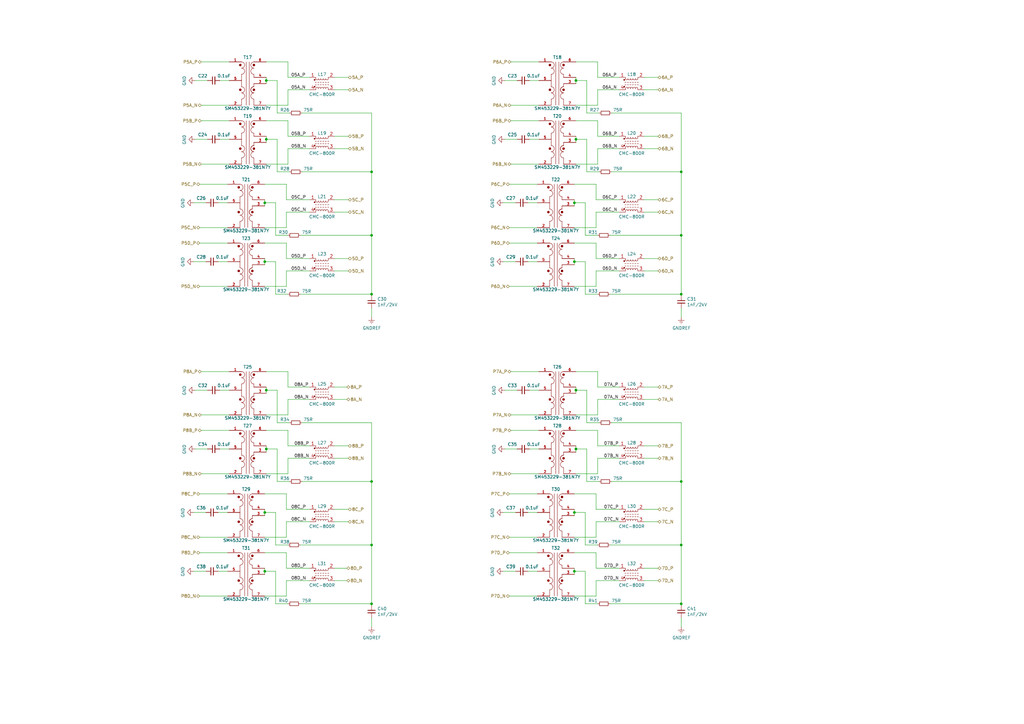
<source format=kicad_sch>
(kicad_sch (version 20211123) (generator eeschema)
  (paper "A3")
  (title_block (title "UbiConn") (date "2023-01-21") (rev "A"))
  (junction (at 152.4 120.65))
  (junction (at 152.4 223.52))
  (junction (at 109.22 184.15))
  (junction (at 279.4 247.65))
  (junction (at 109.22 33.02))
  (junction (at 108.585 210.185))
  (junction (at 108.585 83.185))
  (junction (at 108.585 107.315))
  (junction (at 152.4 247.65))
  (junction (at 152.4 96.52))
  (junction (at 236.22 184.15))
  (junction (at 279.4 223.52))
  (junction (at 279.4 197.485))
  (junction (at 236.22 33.02))
  (junction (at 109.22 160.02))
  (junction (at 235.585 234.315))
  (junction (at 279.4 70.485))
  (junction (at 235.585 107.315))
  (junction (at 236.22 57.15))
  (junction (at 108.585 234.315))
  (junction (at 279.4 96.52))
  (junction (at 109.22 57.15))
  (junction (at 235.585 210.185))
  (junction (at 279.4 120.65))
  (junction (at 235.585 83.185))
  (junction (at 152.4 70.485))
  (junction (at 236.22 160.02))
  (junction (at 152.4 197.485))
  (wire (pts (xy 244.475 202.565) (xy 244.475 208.915)))
  (wire (pts (xy 244.475 111.125) (xy 254 111.125)))
  (wire (pts (xy 240.665 197.485) (xy 240.665 184.15)))
  (wire (pts (xy 240.03 96.52) (xy 240.03 83.185)))
  (wire (pts (xy 209.55 49.53) (xy 220.98 49.53)))
  (wire (pts (xy 89.535 234.315) (xy 93.345 234.315)))
  (wire (pts (xy 245.745 173.355) (xy 240.665 173.355)))
  (wire (pts (xy 236.22 49.53) (xy 245.11 49.53)))
  (wire (pts (xy 264.16 233.045) (xy 269.875 233.045)))
  (wire (pts (xy 109.22 49.53) (xy 118.11 49.53)))
  (wire (pts (xy 117.475 220.345) (xy 117.475 213.995)))
  (wire (pts (xy 109.22 182.88) (xy 109.22 184.15)))
  (wire (pts (xy 220.345 244.475) (xy 208.915 244.475)))
  (wire (pts (xy 93.345 244.475) (xy 81.915 244.475)))
  (wire (pts (xy 240.03 83.185) (xy 235.585 83.185)))
  (wire (pts (xy 93.98 67.31) (xy 82.55 67.31)))
  (wire (pts (xy 217.17 57.15) (xy 220.98 57.15)))
  (wire (pts (xy 264.16 238.125) (xy 269.875 238.125)))
  (wire (pts (xy 117.475 106.045) (xy 127 106.045)))
  (wire (pts (xy 235.585 202.565) (xy 244.475 202.565)))
  (wire (pts (xy 142.875 187.96) (xy 137.16 187.96)))
  (wire (pts (xy 152.4 197.485) (xy 152.4 223.52)))
  (wire (pts (xy 240.03 107.315) (xy 235.585 107.315)))
  (wire (pts (xy 240.03 120.65) (xy 240.03 107.315)))
  (wire (pts (xy 117.475 238.125) (xy 127 238.125)))
  (wire (pts (xy 79.375 107.315) (xy 84.455 107.315)))
  (wire (pts (xy 264.16 208.915) (xy 269.875 208.915)))
  (wire (pts (xy 117.475 220.345) (xy 108.585 220.345)))
  (wire (pts (xy 117.475 233.045) (xy 127 233.045)))
  (wire (pts (xy 235.585 75.565) (xy 244.475 75.565)))
  (wire (pts (xy 113.03 83.185) (xy 108.585 83.185)))
  (wire (pts (xy 108.585 106.045) (xy 108.585 107.315)))
  (wire (pts (xy 82.55 49.53) (xy 93.98 49.53)))
  (wire (pts (xy 236.22 184.15) (xy 236.22 185.42)))
  (wire (pts (xy 152.4 247.65) (xy 152.4 223.52)))
  (wire (pts (xy 93.345 220.345) (xy 81.915 220.345)))
  (wire (pts (xy 206.375 107.315) (xy 211.455 107.315)))
  (wire (pts (xy 117.475 226.695) (xy 117.475 233.045)))
  (wire (pts (xy 208.915 75.565) (xy 220.345 75.565)))
  (wire (pts (xy 240.03 247.65) (xy 240.03 234.315)))
  (wire (pts (xy 245.11 67.31) (xy 236.22 67.31)))
  (wire (pts (xy 108.585 81.915) (xy 108.585 83.185)))
  (wire (pts (xy 244.475 106.045) (xy 254 106.045)))
  (wire (pts (xy 254 81.915) (xy 244.475 81.915)))
  (wire (pts (xy 137.16 208.915) (xy 142.875 208.915)))
  (wire (pts (xy 137.16 86.995) (xy 142.875 86.995)))
  (wire (pts (xy 142.875 55.88) (xy 137.16 55.88)))
  (wire (pts (xy 250.19 223.52) (xy 279.4 223.52)))
  (wire (pts (xy 152.4 126.365) (xy 152.4 130.175)))
  (wire (pts (xy 207.01 160.02) (xy 212.09 160.02)))
  (wire (pts (xy 108.585 107.315) (xy 108.585 108.585)))
  (wire (pts (xy 81.915 226.695) (xy 93.345 226.695)))
  (wire (pts (xy 108.585 234.315) (xy 108.585 235.585)))
  (wire (pts (xy 108.585 202.565) (xy 117.475 202.565)))
  (wire (pts (xy 244.475 220.345) (xy 235.585 220.345)))
  (wire (pts (xy 127 163.83) (xy 118.11 163.83)))
  (wire (pts (xy 89.535 107.315) (xy 93.345 107.315)))
  (wire (pts (xy 235.585 99.695) (xy 244.475 99.695)))
  (wire (pts (xy 152.4 247.65) (xy 152.4 248.285)))
  (wire (pts (xy 206.375 83.185) (xy 211.455 83.185)))
  (wire (pts (xy 269.875 158.75) (xy 264.16 158.75)))
  (wire (pts (xy 81.915 202.565) (xy 93.345 202.565)))
  (wire (pts (xy 236.22 31.75) (xy 236.22 33.02)))
  (wire (pts (xy 113.03 234.315) (xy 108.585 234.315)))
  (wire (pts (xy 279.4 253.365) (xy 279.4 257.175)))
  (wire (pts (xy 127 31.75) (xy 118.11 31.75)))
  (wire (pts (xy 279.4 120.65) (xy 279.4 96.52)))
  (wire (pts (xy 113.03 96.52) (xy 113.03 83.185)))
  (wire (pts (xy 109.22 176.53) (xy 118.11 176.53)))
  (wire (pts (xy 254 187.96) (xy 245.11 187.96)))
  (wire (pts (xy 113.03 247.65) (xy 113.03 234.315)))
  (wire (pts (xy 137.16 106.045) (xy 142.875 106.045)))
  (wire (pts (xy 236.22 57.15) (xy 236.22 58.42)))
  (wire (pts (xy 109.22 184.15) (xy 109.22 185.42)))
  (wire (pts (xy 254 158.75) (xy 245.11 158.75)))
  (wire (pts (xy 81.915 75.565) (xy 93.345 75.565)))
  (wire (pts (xy 244.475 226.695) (xy 244.475 233.045)))
  (wire (pts (xy 113.03 96.52) (xy 118.11 96.52)))
  (wire (pts (xy 137.16 213.995) (xy 142.875 213.995)))
  (wire (pts (xy 80.01 57.15) (xy 85.09 57.15)))
  (wire (pts (xy 236.22 158.75) (xy 236.22 160.02)))
  (wire (pts (xy 245.11 49.53) (xy 245.11 55.88)))
  (wire (pts (xy 236.22 33.02) (xy 236.22 34.29)))
  (wire (pts (xy 137.16 233.045) (xy 142.24 233.045)))
  (wire (pts (xy 240.03 210.185) (xy 235.585 210.185)))
  (wire (pts (xy 81.915 99.695) (xy 93.345 99.695)))
  (wire (pts (xy 90.17 184.15) (xy 93.98 184.15)))
  (wire (pts (xy 216.535 83.185) (xy 220.345 83.185)))
  (wire (pts (xy 236.22 182.88) (xy 236.22 184.15)))
  (wire (pts (xy 108.585 208.915) (xy 108.585 210.185)))
  (wire (pts (xy 108.585 210.185) (xy 108.585 211.455)))
  (wire (pts (xy 254 213.995) (xy 244.475 213.995)))
  (wire (pts (xy 142.875 182.88) (xy 137.16 182.88)))
  (wire (pts (xy 79.375 234.315) (xy 84.455 234.315)))
  (wire (pts (xy 236.22 55.88) (xy 236.22 57.15)))
  (wire (pts (xy 235.585 81.915) (xy 235.585 83.185)))
  (wire (pts (xy 109.22 55.88) (xy 109.22 57.15)))
  (wire (pts (xy 109.22 33.02) (xy 109.22 34.29)))
  (wire (pts (xy 245.11 25.4) (xy 245.11 31.75)))
  (wire (pts (xy 220.98 194.31) (xy 209.55 194.31)))
  (wire (pts (xy 109.22 158.75) (xy 109.22 160.02)))
  (wire (pts (xy 240.665 184.15) (xy 236.22 184.15)))
  (wire (pts (xy 108.585 233.045) (xy 108.585 234.315)))
  (wire (pts (xy 127 187.96) (xy 118.11 187.96)))
  (wire (pts (xy 254 55.88) (xy 245.11 55.88)))
  (wire (pts (xy 152.4 46.355) (xy 152.4 70.485)))
  (wire (pts (xy 254 36.83) (xy 245.11 36.83)))
  (wire (pts (xy 89.535 210.185) (xy 93.345 210.185)))
  (wire (pts (xy 240.03 247.65) (xy 245.11 247.65)))
  (wire (pts (xy 217.17 160.02) (xy 220.98 160.02)))
  (wire (pts (xy 113.03 120.65) (xy 113.03 107.315)))
  (wire (pts (xy 113.665 197.485) (xy 113.665 184.15)))
  (wire (pts (xy 250.825 173.355) (xy 279.4 173.355)))
  (wire (pts (xy 279.4 70.485) (xy 279.4 96.52)))
  (wire (pts (xy 245.11 152.4) (xy 245.11 158.75)))
  (wire (pts (xy 235.585 226.695) (xy 244.475 226.695)))
  (wire (pts (xy 279.4 247.65) (xy 279.4 223.52)))
  (wire (pts (xy 117.475 93.345) (xy 117.475 86.995)))
  (wire (pts (xy 264.16 111.125) (xy 269.875 111.125)))
  (wire (pts (xy 269.875 182.88) (xy 264.16 182.88)))
  (wire (pts (xy 245.11 176.53) (xy 245.11 182.88)))
  (wire (pts (xy 117.475 75.565) (xy 117.475 81.915)))
  (wire (pts (xy 113.665 184.15) (xy 109.22 184.15)))
  (wire (pts (xy 245.11 194.31) (xy 245.11 187.96)))
  (wire (pts (xy 113.03 223.52) (xy 118.11 223.52)))
  (wire (pts (xy 269.875 163.83) (xy 264.16 163.83)))
  (wire (pts (xy 82.55 25.4) (xy 93.98 25.4)))
  (wire (pts (xy 264.16 213.995) (xy 269.875 213.995)))
  (wire (pts (xy 254 86.995) (xy 244.475 86.995)))
  (wire (pts (xy 236.22 160.02) (xy 236.22 161.29)))
  (wire (pts (xy 118.745 46.355) (xy 113.665 46.355)))
  (wire (pts (xy 240.665 197.485) (xy 245.745 197.485)))
  (wire (pts (xy 152.4 253.365) (xy 152.4 257.175)))
  (wire (pts (xy 279.4 173.355) (xy 279.4 197.485)))
  (wire (pts (xy 240.03 223.52) (xy 240.03 210.185)))
  (wire (pts (xy 142.875 31.75) (xy 137.16 31.75)))
  (wire (pts (xy 279.4 120.65) (xy 279.4 121.285)))
  (wire (pts (xy 254 182.88) (xy 245.11 182.88)))
  (wire (pts (xy 113.665 46.355) (xy 113.665 33.02)))
  (wire (pts (xy 93.98 170.18) (xy 82.55 170.18)))
  (wire (pts (xy 117.475 93.345) (xy 108.585 93.345)))
  (wire (pts (xy 208.915 99.695) (xy 220.345 99.695)))
  (wire (pts (xy 236.22 25.4) (xy 245.11 25.4)))
  (wire (pts (xy 142.875 36.83) (xy 137.16 36.83)))
  (wire (pts (xy 244.475 244.475) (xy 244.475 238.125)))
  (wire (pts (xy 118.11 67.31) (xy 109.22 67.31)))
  (wire (pts (xy 123.825 46.355) (xy 152.4 46.355)))
  (wire (pts (xy 93.98 194.31) (xy 82.55 194.31)))
  (wire (pts (xy 113.03 223.52) (xy 113.03 210.185)))
  (wire (pts (xy 113.665 33.02) (xy 109.22 33.02)))
  (wire (pts (xy 264.16 86.995) (xy 269.875 86.995)))
  (wire (pts (xy 240.665 33.02) (xy 236.22 33.02)))
  (wire (pts (xy 207.01 33.02) (xy 212.09 33.02)))
  (wire (pts (xy 244.475 220.345) (xy 244.475 213.995)))
  (wire (pts (xy 245.11 170.18) (xy 245.11 163.83)))
  (wire (pts (xy 152.4 120.65) (xy 152.4 121.285)))
  (wire (pts (xy 113.665 197.485) (xy 118.745 197.485)))
  (wire (pts (xy 127 81.915) (xy 117.475 81.915)))
  (wire (pts (xy 208.915 226.695) (xy 220.345 226.695)))
  (wire (pts (xy 118.11 43.18) (xy 109.22 43.18)))
  (wire (pts (xy 235.585 233.045) (xy 235.585 234.315)))
  (wire (pts (xy 123.825 197.485) (xy 152.4 197.485)))
  (wire (pts (xy 250.825 70.485) (xy 279.4 70.485)))
  (wire (pts (xy 254 163.83) (xy 245.11 163.83)))
  (wire (pts (xy 127 182.88) (xy 118.11 182.88)))
  (wire (pts (xy 244.475 117.475) (xy 235.585 117.475)))
  (wire (pts (xy 235.585 107.315) (xy 235.585 108.585)))
  (wire (pts (xy 109.22 31.75) (xy 109.22 33.02)))
  (wire (pts (xy 217.17 33.02) (xy 220.98 33.02)))
  (wire (pts (xy 108.585 75.565) (xy 117.475 75.565)))
  (wire (pts (xy 269.875 60.96) (xy 264.16 60.96)))
  (wire (pts (xy 127 158.75) (xy 118.11 158.75)))
  (wire (pts (xy 108.585 226.695) (xy 117.475 226.695)))
  (wire (pts (xy 117.475 202.565) (xy 117.475 208.915)))
  (wire (pts (xy 93.345 93.345) (xy 81.915 93.345)))
  (wire (pts (xy 108.585 83.185) (xy 108.585 84.455)))
  (wire (pts (xy 245.11 170.18) (xy 236.22 170.18)))
  (wire (pts (xy 90.17 160.02) (xy 93.98 160.02)))
  (wire (pts (xy 220.345 117.475) (xy 208.915 117.475)))
  (wire (pts (xy 113.03 120.65) (xy 118.11 120.65)))
  (wire (pts (xy 240.03 223.52) (xy 245.11 223.52)))
  (wire (pts (xy 82.55 176.53) (xy 93.98 176.53)))
  (wire (pts (xy 279.4 247.65) (xy 279.4 248.285)))
  (wire (pts (xy 250.19 96.52) (xy 279.4 96.52)))
  (wire (pts (xy 245.11 194.31) (xy 236.22 194.31)))
  (wire (pts (xy 220.345 93.345) (xy 208.915 93.345)))
  (wire (pts (xy 109.22 25.4) (xy 118.11 25.4)))
  (wire (pts (xy 209.55 176.53) (xy 220.98 176.53)))
  (wire (pts (xy 113.665 70.485) (xy 113.665 57.15)))
  (wire (pts (xy 117.475 117.475) (xy 117.475 111.125)))
  (wire (pts (xy 142.24 163.83) (xy 137.16 163.83)))
  (wire (pts (xy 79.375 83.185) (xy 84.455 83.185)))
  (wire (pts (xy 244.475 244.475) (xy 235.585 244.475)))
  (wire (pts (xy 137.16 111.125) (xy 142.875 111.125)))
  (wire (pts (xy 206.375 210.185) (xy 211.455 210.185)))
  (wire (pts (xy 220.345 220.345) (xy 208.915 220.345)))
  (wire (pts (xy 244.475 233.045) (xy 254 233.045)))
  (wire (pts (xy 269.875 36.83) (xy 264.16 36.83)))
  (wire (pts (xy 123.825 70.485) (xy 152.4 70.485)))
  (wire (pts (xy 118.11 25.4) (xy 118.11 31.75)))
  (wire (pts (xy 117.475 244.475) (xy 117.475 238.125)))
  (wire (pts (xy 269.875 55.88) (xy 264.16 55.88)))
  (wire (pts (xy 118.11 194.31) (xy 109.22 194.31)))
  (wire (pts (xy 152.4 120.65) (xy 152.4 96.52)))
  (wire (pts (xy 118.11 43.18) (xy 118.11 36.83)))
  (wire (pts (xy 250.19 247.65) (xy 279.4 247.65)))
  (wire (pts (xy 244.475 93.345) (xy 244.475 86.995)))
  (wire (pts (xy 254 31.75) (xy 245.11 31.75)))
  (wire (pts (xy 269.875 31.75) (xy 264.16 31.75)))
  (wire (pts (xy 118.11 152.4) (xy 118.11 158.75)))
  (wire (pts (xy 209.55 25.4) (xy 220.98 25.4)))
  (wire (pts (xy 127 60.96) (xy 118.11 60.96)))
  (wire (pts (xy 89.535 83.185) (xy 93.345 83.185)))
  (wire (pts (xy 109.22 57.15) (xy 109.22 58.42)))
  (wire (pts (xy 216.535 210.185) (xy 220.345 210.185)))
  (wire (pts (xy 123.19 223.52) (xy 152.4 223.52)))
  (wire (pts (xy 117.475 117.475) (xy 108.585 117.475)))
  (wire (pts (xy 220.98 67.31) (xy 209.55 67.31)))
  (wire (pts (xy 127 55.88) (xy 118.11 55.88)))
  (wire (pts (xy 250.19 120.65) (xy 279.4 120.65)))
  (wire (pts (xy 79.375 210.185) (xy 84.455 210.185)))
  (wire (pts (xy 244.475 238.125) (xy 254 238.125)))
  (wire (pts (xy 220.98 170.18) (xy 209.55 170.18)))
  (wire (pts (xy 207.01 57.15) (xy 212.09 57.15)))
  (wire (pts (xy 117.475 111.125) (xy 127 111.125)))
  (wire (pts (xy 207.01 184.15) (xy 212.09 184.15)))
  (wire (pts (xy 123.19 96.52) (xy 152.4 96.52)))
  (wire (pts (xy 240.665 70.485) (xy 240.665 57.15)))
  (wire (pts (xy 118.11 170.18) (xy 109.22 170.18)))
  (wire (pts (xy 279.4 46.355) (xy 279.4 70.485)))
  (wire (pts (xy 206.375 234.315) (xy 211.455 234.315)))
  (wire (pts (xy 113.665 57.15) (xy 109.22 57.15)))
  (wire (pts (xy 108.585 99.695) (xy 117.475 99.695)))
  (wire (pts (xy 113.03 210.185) (xy 108.585 210.185)))
  (wire (pts (xy 216.535 107.315) (xy 220.345 107.315)))
  (wire (pts (xy 245.11 43.18) (xy 245.11 36.83)))
  (wire (pts (xy 209.55 152.4) (xy 220.98 152.4)))
  (wire (pts (xy 113.665 70.485) (xy 118.745 70.485)))
  (wire (pts (xy 279.4 126.365) (xy 279.4 130.175)))
  (wire (pts (xy 118.11 49.53) (xy 118.11 55.88)))
  (wire (pts (xy 244.475 117.475) (xy 244.475 111.125)))
  (wire (pts (xy 117.475 99.695) (xy 117.475 106.045)))
  (wire (pts (xy 216.535 234.315) (xy 220.345 234.315)))
  (wire (pts (xy 118.745 173.355) (xy 113.665 173.355)))
  (wire (pts (xy 220.98 43.18) (xy 209.55 43.18)))
  (wire (pts (xy 127 213.995) (xy 117.475 213.995)))
  (wire (pts (xy 113.665 173.355) (xy 113.665 160.02)))
  (wire (pts (xy 109.22 160.02) (xy 109.22 161.29)))
  (wire (pts (xy 245.11 43.18) (xy 236.22 43.18)))
  (wire (pts (xy 245.745 46.355) (xy 240.665 46.355)))
  (wire (pts (xy 90.17 33.02) (xy 93.98 33.02)))
  (wire (pts (xy 235.585 83.185) (xy 235.585 84.455)))
  (wire (pts (xy 118.11 194.31) (xy 118.11 187.96)))
  (wire (pts (xy 244.475 93.345) (xy 235.585 93.345)))
  (wire (pts (xy 279.4 197.485) (xy 279.4 223.52)))
  (wire (pts (xy 240.03 96.52) (xy 245.11 96.52)))
  (wire (pts (xy 142.875 60.96) (xy 137.16 60.96)))
  (wire (pts (xy 208.915 202.565) (xy 220.345 202.565)))
  (wire (pts (xy 152.4 173.355) (xy 152.4 197.485)))
  (wire (pts (xy 244.475 75.565) (xy 244.475 81.915)))
  (wire (pts (xy 118.11 170.18) (xy 118.11 163.83)))
  (wire (pts (xy 250.825 197.485) (xy 279.4 197.485)))
  (wire (pts (xy 236.22 176.53) (xy 245.11 176.53)))
  (wire (pts (xy 80.01 160.02) (xy 85.09 160.02)))
  (wire (pts (xy 113.665 160.02) (xy 109.22 160.02)))
  (wire (pts (xy 127 86.995) (xy 117.475 86.995)))
  (wire (pts (xy 93.345 117.475) (xy 81.915 117.475)))
  (wire (pts (xy 118.11 176.53) (xy 118.11 182.88)))
  (wire (pts (xy 109.22 152.4) (xy 118.11 152.4)))
  (wire (pts (xy 235.585 210.185) (xy 235.585 211.455)))
  (wire (pts (xy 245.11 67.31) (xy 245.11 60.96)))
  (wire (pts (xy 217.17 184.15) (xy 220.98 184.15)))
  (wire (pts (xy 240.665 160.02) (xy 236.22 160.02)))
  (wire (pts (xy 123.19 120.65) (xy 152.4 120.65)))
  (wire (pts (xy 80.01 184.15) (xy 85.09 184.15)))
  (wire (pts (xy 123.19 247.65) (xy 152.4 247.65)))
  (wire (pts (xy 137.16 81.915) (xy 142.875 81.915)))
  (wire (pts (xy 254 208.915) (xy 244.475 208.915)))
  (wire (pts (xy 82.55 152.4) (xy 93.98 152.4)))
  (wire (pts (xy 93.98 43.18) (xy 82.55 43.18)))
  (wire (pts (xy 244.475 99.695) (xy 244.475 106.045)))
  (wire (pts (xy 142.24 158.75) (xy 137.16 158.75)))
  (wire (pts (xy 240.03 120.65) (xy 245.11 120.65)))
  (wire (pts (xy 235.585 106.045) (xy 235.585 107.315)))
  (wire (pts (xy 264.16 106.045) (xy 269.875 106.045)))
  (wire (pts (xy 250.825 46.355) (xy 279.4 46.355)))
  (wire (pts (xy 236.22 152.4) (xy 245.11 152.4)))
  (wire (pts (xy 152.4 70.485) (xy 152.4 96.52)))
  (wire (pts (xy 240.03 234.315) (xy 235.585 234.315)))
  (wire (pts (xy 118.11 67.31) (xy 118.11 60.96)))
  (wire (pts (xy 264.16 81.915) (xy 269.875 81.915)))
  (wire (pts (xy 80.01 33.02) (xy 85.09 33.02)))
  (wire (pts (xy 240.665 70.485) (xy 245.745 70.485)))
  (wire (pts (xy 240.665 46.355) (xy 240.665 33.02)))
  (wire (pts (xy 123.825 173.355) (xy 152.4 173.355)))
  (wire (pts (xy 117.475 244.475) (xy 108.585 244.475)))
  (wire (pts (xy 235.585 234.315) (xy 235.585 235.585)))
  (wire (pts (xy 240.665 57.15) (xy 236.22 57.15)))
  (wire (pts (xy 240.665 173.355) (xy 240.665 160.02)))
  (wire (pts (xy 113.03 247.65) (xy 118.11 247.65)))
  (wire (pts (xy 127 208.915) (xy 117.475 208.915)))
  (wire (pts (xy 127 36.83) (xy 118.11 36.83)))
  (wire (pts (xy 137.16 238.125) (xy 142.24 238.125)))
  (wire (pts (xy 113.03 107.315) (xy 108.585 107.315)))
  (wire (pts (xy 90.17 57.15) (xy 93.98 57.15)))
  (wire (pts (xy 269.875 187.96) (xy 264.16 187.96)))
  (wire (pts (xy 235.585 208.915) (xy 235.585 210.185)))
  (wire (pts (xy 254 60.96) (xy 245.11 60.96)))
  (text "" (at 247.015 47.625 0) (effects (font (size 1.4986 1.4986) (thickness 0.2997) bold italic) (justify left bottom)))
  (text "" (at 85.725 186.055 0) (effects (font (size 1.4986 1.4986) (thickness 0.2997) bold italic) (justify left bottom)))
  (text "" (at 212.725 186.055 0) (effects (font (size 1.4986 1.4986) (thickness 0.2997) bold italic) (justify left bottom)))
  (text "" (at 119.38 97.79 0) (effects (font (size 1.4986 1.4986) (thickness 0.2997) bold italic) (justify left bottom)))
  (text "" (at 133.985 198.755 0) (effects (font (size 1.4986 1.4986) (thickness 0.2997) bold italic) (justify left bottom)))
  (text "" (at 133.35 121.92 0) (effects (font (size 1.4986 1.4986) (thickness 0.2997) bold italic) (justify left bottom)))
  (text "" (at -140.335 208.915 0) (effects (font (size 1.4986 1.4986) (thickness 0.2997) bold italic) (justify left bottom)))
  (text "" (at 246.38 121.92 0) (effects (font (size 1.4986 1.4986) (thickness 0.2997) bold italic) (justify left bottom)))
  (text "" (at 120.015 174.625 0) (effects (font (size 1.4986 1.4986) (thickness 0.2997) bold italic) (justify left bottom)))
  (text "" (at 133.35 224.79 0) (effects (font (size 1.4986 1.4986) (thickness 0.2997) bold italic) (justify left bottom)))
  (text "" (at 85.09 109.22 0) (effects (font (size 1.4986 1.4986) (thickness 0.2997) bold italic) (justify left bottom)))
  (text "" (at 260.35 248.92 0) (effects (font (size 1.4986 1.4986) (thickness 0.2997) bold italic) (justify left bottom)))
  (text "" (at 260.35 224.79 0) (effects (font (size 1.4986 1.4986) (thickness 0.2997) bold italic) (justify left bottom)))
  (text "" (at 85.725 161.925 0) (effects (font (size 1.4986 1.4986) (thickness 0.2997) bold italic) (justify left bottom)))
  (text "" (at 247.015 174.625 0) (effects (font (size 1.4986 1.4986) (thickness 0.2997) bold italic) (justify left bottom)))
  (text "" (at 85.09 236.22 0) (effects (font (size 1.4986 1.4986) (thickness 0.2997) bold italic) (justify left bottom)))
  (text "" (at 212.09 212.09 0) (effects (font (size 1.4986 1.4986) (thickness 0.2997) bold italic) (justify left bottom)))
  (text "" (at 260.35 97.79 0) (effects (font (size 1.4986 1.4986) (thickness 0.2997) bold italic) (justify left bottom)))
  (text "" (at 85.725 59.055 0) (effects (font (size 1.4986 1.4986) (thickness 0.2997) bold italic) (justify left bottom)))
  (text "" (at 260.985 198.755 0) (effects (font (size 1.4986 1.4986) (thickness 0.2997) bold italic) (justify left bottom)))
  (text "" (at 85.09 212.09 0) (effects (font (size 1.4986 1.4986) (thickness 0.2997) bold italic) (justify left bottom)))
  (text "" (at 247.015 198.755 0) (effects (font (size 1.4986 1.4986) (thickness 0.2997) bold italic) (justify left bottom)))
  (text "" (at 212.725 34.925 0) (effects (font (size 1.4986 1.4986) (thickness 0.2997) bold italic) (justify left bottom)))
  (text "" (at 212.09 236.22 0) (effects (font (size 1.4986 1.4986) (thickness 0.2997) bold italic) (justify left bottom)))
  (text "" (at 246.38 248.92 0) (effects (font (size 1.4986 1.4986) (thickness 0.2997) bold italic) (justify left bottom)))
  (text "" (at 133.985 47.625 0) (effects (font (size 1.4986 1.4986) (thickness 0.2997) bold italic) (justify left bottom)))
  (text "" (at 212.09 85.09 0) (effects (font (size 1.4986 1.4986) (thickness 0.2997) bold italic) (justify left bottom)))
  (text "" (at 120.015 198.755 0) (effects (font (size 1.4986 1.4986) (thickness 0.2997) bold italic) (justify left bottom)))
  (text "" (at 133.985 71.755 0) (effects (font (size 1.4986 1.4986) (thickness 0.2997) bold italic) (justify left bottom)))
  (text "" (at 85.09 85.09 0) (effects (font (size 1.4986 1.4986) (thickness 0.2997) bold italic) (justify left bottom)))
  (text "" (at 120.015 71.755 0) (effects (font (size 1.4986 1.4986) (thickness 0.2997) bold italic) (justify left bottom)))
  (text "" (at 212.725 161.925 0) (effects (font (size 1.4986 1.4986) (thickness 0.2997) bold italic) (justify left bottom)))
  (text "" (at 247.015 71.755 0) (effects (font (size 1.4986 1.4986) (thickness 0.2997) bold italic) (justify left bottom)))
  (text "" (at 260.35 121.92 0) (effects (font (size 1.4986 1.4986) (thickness 0.2997) bold italic) (justify left bottom)))
  (text "" (at 119.38 121.92 0) (effects (font (size 1.4986 1.4986) (thickness 0.2997) bold italic) (justify left bottom)))
  (text "" (at 246.38 97.79 0) (effects (font (size 1.4986 1.4986) (thickness 0.2997) bold italic) (justify left bottom)))
  (text "" (at 260.985 174.625 0) (effects (font (size 1.4986 1.4986) (thickness 0.2997) bold italic) (justify left bottom)))
  (text "" (at 133.35 97.79 0) (effects (font (size 1.4986 1.4986) (thickness 0.2997) bold italic) (justify left bottom)))
  (text "" (at 119.38 248.92 0) (effects (font (size 1.4986 1.4986) (thickness 0.2997) bold italic) (justify left bottom)))
  (text "" (at 260.985 47.625 0) (effects (font (size 1.4986 1.4986) (thickness 0.2997) bold italic) (justify left bottom)))
  (text "" (at 133.985 174.625 0) (effects (font (size 1.4986 1.4986) (thickness 0.2997) bold italic) (justify left bottom)))
  (text "" (at 85.725 34.925 0) (effects (font (size 1.4986 1.4986) (thickness 0.2997) bold italic) (justify left bottom)))
  (text "" (at 212.725 59.055 0) (effects (font (size 1.4986 1.4986) (thickness 0.2997) bold italic) (justify left bottom)))
  (text "" (at 133.35 248.92 0) (effects (font (size 1.4986 1.4986) (thickness 0.2997) bold italic) (justify left bottom)))
  (text "" (at -140.335 186.69 0) (effects (font (size 1.4986 1.4986) (thickness 0.2997) bold italic) (justify left bottom)))
  (text "" (at 246.38 224.79 0) (effects (font (size 1.4986 1.4986) (thickness 0.2997) bold italic) (justify left bottom)))
  (text "" (at 260.985 71.755 0) (effects (font (size 1.4986 1.4986) (thickness 0.2997) bold italic) (justify left bottom)))
  (text "" (at 120.015 47.625 0) (effects (font (size 1.4986 1.4986) (thickness 0.2997) bold italic) (justify left bottom)))
  (text "" (at 212.09 109.22 0) (effects (font (size 1.4986 1.4986) (thickness 0.2997) bold italic) (justify left bottom)))
  (text "" (at 119.38 224.79 0) (effects (font (size 1.4986 1.4986) (thickness 0.2997) bold italic) (justify left bottom)))
  (label "07A_N" (at 247.65 163.83 0))
  (label "06B_P" (at 247.015 55.88 0))
  (label "08B_P" (at 120.65 182.88 0))
  (label "07C_N" (at 247.65 213.995 0))
  (label "05C_P" (at 119.38 81.915 0))
  (label "05A_N" (at 119.38 36.83 0))
  (label "08D_N" (at 119.38 238.125 0))
  (label "07A_P" (at 247.65 158.75 0))
  (label "05B_N" (at 119.38 60.96 0))
  (label "05A_P" (at 119.38 31.75 0))
  (label "05D_P" (at 119.38 106.045 0))
  (label "07D_P" (at 247.65 233.045 0))
  (label "07C_P" (at 247.65 208.915 0))
  (label "06D_N" (at 247.015 111.125 0))
  (label "06A_P" (at 247.015 31.75 0))
  (label "05D_N" (at 119.38 111.125 0))
  (label "05C_N" (at 119.38 86.995 0))
  (label "07B_N" (at 247.65 187.96 0))
  (label "08B_N" (at 120.65 187.96 0))
  (label "08D_P" (at 119.38 233.045 0))
  (label "07B_P" (at 247.65 182.88 0))
  (label "08A_P" (at 120.65 158.75 0))
  (label "05B_P" (at 119.38 55.88 0))
  (label "06A_N" (at 247.015 36.83 0))
  (label "08C_N" (at 119.38 213.995 0))
  (label "06B_N" (at 247.015 60.96 0))
  (label "06C_N" (at 247.015 86.995 0))
  (label "08A_N" (at 120.65 163.83 0))
  (label "07D_N" (at 247.65 238.125 0))
  (label "06C_P" (at 247.015 81.915 0))
  (label "06D_P" (at 247.015 106.045 0))
  (label "08C_P" (at 119.38 208.915 0))
  (hierarchical_label "P6B_P" (shape bidirectional) (at 209.55 49.53 180))
  (hierarchical_label "5C_P" (shape bidirectional) (at 142.875 81.915 0))
  (hierarchical_label "P5A_P" (shape bidirectional) (at 82.55 25.4 180))
  (hierarchical_label "8B_P" (shape bidirectional) (at 142.875 182.88 0))
  (hierarchical_label "6D_P" (shape bidirectional) (at 269.875 106.045 0))
  (hierarchical_label "6C_P" (shape bidirectional) (at 269.875 81.915 0))
  (hierarchical_label "7C_N" (shape bidirectional) (at 269.875 213.995 0))
  (hierarchical_label "7D_N" (shape bidirectional) (at 269.875 238.125 0))
  (hierarchical_label "P7B_N" (shape bidirectional) (at 209.55 194.31 180))
  (hierarchical_label "7B_P" (shape bidirectional) (at 269.875 182.88 0))
  (hierarchical_label "P7A_P" (shape bidirectional) (at 209.55 152.4 180))
  (hierarchical_label "5C_N" (shape bidirectional) (at 142.875 86.995 0))
  (hierarchical_label "8A_P" (shape bidirectional) (at 142.24 158.75 0))
  (hierarchical_label "P8B_N" (shape bidirectional) (at 82.55 194.31 180))
  (hierarchical_label "P5C_P" (shape bidirectional) (at 81.915 75.565 180))
  (hierarchical_label "8B_N" (shape bidirectional) (at 142.875 187.96 0))
  (hierarchical_label "6C_N" (shape bidirectional) (at 269.875 86.995 0))
  (hierarchical_label "5B_P" (shape bidirectional) (at 142.875 55.88 0))
  (hierarchical_label "P8A_P" (shape bidirectional) (at 82.55 152.4 180))
  (hierarchical_label "P8A_N" (shape bidirectional) (at 82.55 170.18 180))
  (hierarchical_label "8C_N" (shape bidirectional) (at 142.875 213.995 0))
  (hierarchical_label "7A_P" (shape bidirectional) (at 269.875 158.75 0))
  (hierarchical_label "5D_P" (shape bidirectional) (at 142.875 106.045 0))
  (hierarchical_label "5A_P" (shape bidirectional) (at 142.875 31.75 0))
  (hierarchical_label "P7D_P" (shape bidirectional) (at 208.915 226.695 180))
  (hierarchical_label "P6C_N" (shape bidirectional) (at 208.915 93.345 180))
  (hierarchical_label "P7C_P" (shape bidirectional) (at 208.915 202.565 180))
  (hierarchical_label "6A_N" (shape bidirectional) (at 269.875 36.83 0))
  (hierarchical_label "P7B_P" (shape bidirectional) (at 209.55 176.53 180))
  (hierarchical_label "P5B_P" (shape bidirectional) (at 82.55 49.53 180))
  (hierarchical_label "5B_N" (shape bidirectional) (at 142.875 60.96 0))
  (hierarchical_label "P6B_N" (shape bidirectional) (at 209.55 67.31 180))
  (hierarchical_label "6A_P" (shape bidirectional) (at 269.875 31.75 0))
  (hierarchical_label "P8B_P" (shape bidirectional) (at 82.55 176.53 180))
  (hierarchical_label "P6A_N" (shape bidirectional) (at 209.55 43.18 180))
  (hierarchical_label "6D_N" (shape bidirectional) (at 269.875 111.125 0))
  (hierarchical_label "P7C_N" (shape bidirectional) (at 208.915 220.345 180))
  (hierarchical_label "5D_N" (shape bidirectional) (at 142.875 111.125 0))
  (hierarchical_label "5A_N" (shape bidirectional) (at 142.875 36.83 0))
  (hierarchical_label "8D_N" (shape bidirectional) (at 142.24 238.125 0))
  (hierarchical_label "P5D_N" (shape bidirectional) (at 81.915 117.475 180))
  (hierarchical_label "P5D_P" (shape bidirectional) (at 81.915 99.695 180))
  (hierarchical_label "P6A_P" (shape bidirectional) (at 209.55 25.4 180))
  (hierarchical_label "7D_P" (shape bidirectional) (at 269.875 233.045 0))
  (hierarchical_label "P5B_N" (shape bidirectional) (at 82.55 67.31 180))
  (hierarchical_label "6B_P" (shape bidirectional) (at 269.875 55.88 0))
  (hierarchical_label "P6C_P" (shape bidirectional) (at 208.915 75.565 180))
  (hierarchical_label "7B_N" (shape bidirectional) (at 269.875 187.96 0))
  (hierarchical_label "P8D_P" (shape bidirectional) (at 81.915 226.695 180))
  (hierarchical_label "P5C_N" (shape bidirectional) (at 81.915 93.345 180))
  (hierarchical_label "P8C_N" (shape bidirectional) (at 81.915 220.345 180))
  (hierarchical_label "P5A_N" (shape bidirectional) (at 82.55 43.18 180))
  (hierarchical_label "7A_N" (shape bidirectional) (at 269.875 163.83 0))
  (hierarchical_label "8A_N" (shape bidirectional) (at 142.24 163.83 0))
  (hierarchical_label "6B_N" (shape bidirectional) (at 269.875 60.96 0))
  (hierarchical_label "P7D_N" (shape bidirectional) (at 208.915 244.475 180))
  (hierarchical_label "P6D_P" (shape bidirectional) (at 208.915 99.695 180))
  (hierarchical_label "8C_P" (shape bidirectional) (at 142.875 208.915 0))
  (hierarchical_label "8D_P" (shape bidirectional) (at 142.24 233.045 0))
  (hierarchical_label "7C_P" (shape bidirectional) (at 269.875 208.915 0))
  (hierarchical_label "P8D_N" (shape bidirectional) (at 81.915 244.475 180))
  (hierarchical_label "P8C_P" (shape bidirectional) (at 81.915 202.565 180))
  (hierarchical_label "P6D_N" (shape bidirectional) (at 208.915 117.475 180))
  (hierarchical_label "P7A_N" (shape bidirectional) (at 209.55 170.18 180))
  (symbol (lib_id "power:GNDREF") (at 152.4 257.175 0) (unit 1)
    (property "Reference" "#PWR086" (effects hide))
    (property "Value" "GNDREF" (at 152.527 261.5692 0))
  )
  (symbol (lib_id "Device:C_Small") (at 86.995 83.185 90)
    (property "Reference" "C26" (at 84.455 81.28 90) (effects (justify left)))
    (property "Value" "0.1uF" (at 93.98 81.28 90) (effects (justify left)))
    (property "Footprint" "Kpk:C_0402_Small" (effects hide))
    (property "MPN" "GRM155R71H104KE14J" (effects hide))
    (property "Voltage Rating" "50V" (effects hide))
    (property "LCSC#" "C85858" (effects hide))
    (property "Cost @ 100pcs" "0.0117" (effects hide))
    (property "MPN if populated" "GRM155R71H104KE14J" (effects hide))
    (property "Manufacturer " "Murata Electronics" (effects hide))
    (property "Description" "CAP CER 0.1UF 50V X7R 0402" (effects hide))
    (property "Operating Temperature" "-55°C ~ 125°C" (effects hide))
    (property "Cost @10pcs" "0.0117" (effects hide))
    (property "Supplier 1" "LCSC" (effects hide))
    (property "Package" "0402" (effects hide))
  )
  (symbol (lib_id "Device:C_Small") (at 86.995 107.315 90)
    (property "Reference" "C28" (at 84.455 105.41 90) (effects (justify left)))
    (property "Value" "0.1uF" (at 93.98 105.41 90) (effects (justify left)))
    (property "Footprint" "Kpk:C_0402_Small" (effects hide))
    (property "MPN" "GRM155R71H104KE14J" (effects hide))
    (property "Voltage Rating" "50V" (effects hide))
    (property "LCSC#" "C85858" (effects hide))
    (property "Cost @ 100pcs" "0.0117" (effects hide))
    (property "MPN if populated" "GRM155R71H104KE14J" (effects hide))
    (property "Manufacturer " "Murata Electronics" (effects hide))
    (property "Description" "CAP CER 0.1UF 50V X7R 0402" (effects hide))
    (property "Operating Temperature" "-55°C ~ 125°C" (effects hide))
    (property "Cost @10pcs" "0.0117" (effects hide))
    (property "Supplier 1" "LCSC" (effects hide))
    (property "Package" "0402" (effects hide))
  )
  (symbol (lib_id "Kpk:CMC-SwitchBlox-rescue") (at 132.08 84.455 0)
    (property "Reference" "L21" (at 132.08 80.645 0))
    (property "Value" "CMC-800R" (at 132.08 88.9 0))
    (property "Footprint" "Kpk:SRF2012A-801Y" (effects hide))
    (property "LCSC#" "C3020807" (effects hide))
    (property "MPN" "CND-WCM0805M801-2" (effects hide))
    (property "Cost @ 100pcs" "0.0291" (effects hide))
    (property "Description" "CMC 300MA 2LN 800OHM SMD" (effects hide))
    (property "Supplier 1" "LCSC" (effects hide))
    (property "MPN if populated" "CND-WCM0805M801-2" (effects hide))
    (property "Manufacturer " "CND-tek" (effects hide))
    (property "Operating Temperature" "-40°C ~ 125°C" (effects hide))
    (property "Cost @10pcs" "0.0291" (effects hide))
    (property "Alt" "SRF2012A-801Y" (effects hide))
  )
  (symbol (lib_id "Kpk:CMC-SwitchBlox-rescue") (at 132.08 185.42 0)
    (property "Reference" "L27" (at 132.08 181.61 0))
    (property "Value" "CMC-800R" (at 132.08 189.865 0))
    (property "Footprint" "Kpk:SRF2012A-801Y" (effects hide))
    (property "LCSC#" "C3020807" (effects hide))
    (property "MPN" "CND-WCM0805M801-2" (effects hide))
    (property "Cost @ 100pcs" "0.0291" (effects hide))
    (property "Description" "CMC 300MA 2LN 800OHM SMD" (effects hide))
    (property "Supplier 1" "LCSC" (effects hide))
    (property "MPN if populated" "CND-WCM0805M801-2" (effects hide))
    (property "Manufacturer " "CND-tek" (effects hide))
    (property "Operating Temperature" "-40°C ~ 125°C" (effects hide))
    (property "Cost @10pcs" "0.0291" (effects hide))
    (property "Alt" "SRF2012A-801Y" (effects hide))
  )
  (symbol (lib_id "Device:C_Small") (at 214.63 57.15 90)
    (property "Reference" "C25" (at 212.09 55.245 90) (effects (justify left)))
    (property "Value" "0.1uF" (at 221.615 55.245 90) (effects (justify left)))
    (property "Footprint" "Kpk:C_0402_Small" (effects hide))
    (property "MPN" "GRM155R71H104KE14J" (effects hide))
    (property "Voltage Rating" "50V" (effects hide))
    (property "LCSC#" "C85858" (effects hide))
    (property "Cost @ 100pcs" "0.0117" (effects hide))
    (property "MPN if populated" "GRM155R71H104KE14J" (effects hide))
    (property "Manufacturer " "Murata Electronics" (effects hide))
    (property "Description" "CAP CER 0.1UF 50V X7R 0402" (effects hide))
    (property "Operating Temperature" "-55°C ~ 125°C" (effects hide))
    (property "Cost @10pcs" "0.0117" (effects hide))
    (property "Supplier 1" "LCSC" (effects hide))
    (property "Package" "0402" (effects hide))
  )
  (symbol (lib_id "Device:R_Small") (at 248.285 46.355 90)
    (property "Reference" "R27" (at 243.84 45.085 90))
    (property "Value" "75R" (at 253.365 45.085 90))
    (property "Footprint" "Resistor_SMD:R_0402_1005Metric" (effects hide))
    (property "MPN" "RC0402FR-0775RL" (effects hide))
    (property "LCSC#" "C114757" (effects hide))
    (property "Tolerance" "1%" (effects hide))
    (property "MPN if populated" "RC0402FR-0775RL" (effects hide))
    (property "Cost @ 100pcs" "0.0008" (effects hide))
    (property "Manufacturer " "Yageo" (effects hide))
    (property "Description" "RES SMD 75 OHM 1% 1/16W 0402" (effects hide))
    (property "Operating Temperature" "-55°C ~ 155°C" (effects hide))
    (property "Cost @10pcs" "0.0008" (effects hide))
    (property "Supplier 1" "LCSC" (effects hide))
    (property "Package" "0402" (effects hide))
  )
  (symbol (lib_id "Device:R_Small") (at 247.65 96.52 90)
    (property "Reference" "R31" (at 243.205 95.25 90))
    (property "Value" "75R" (at 252.73 95.25 90))
    (property "Footprint" "Resistor_SMD:R_0402_1005Metric" (effects hide))
    (property "MPN" "RC0402FR-0775RL" (effects hide))
    (property "LCSC#" "C114757" (effects hide))
    (property "Tolerance" "1%" (effects hide))
    (property "MPN if populated" "RC0402FR-0775RL" (effects hide))
    (property "Cost @ 100pcs" "0.0008" (effects hide))
    (property "Manufacturer " "Yageo" (effects hide))
    (property "Description" "RES SMD 75 OHM 1% 1/16W 0402" (effects hide))
    (property "Operating Temperature" "-55°C ~ 155°C" (effects hide))
    (property "Cost @10pcs" "0.0008" (effects hide))
    (property "Supplier 1" "LCSC" (effects hide))
    (property "Package" "0402" (effects hide))
  )
  (symbol (lib_id "Device:R_Small") (at 247.65 120.65 90)
    (property "Reference" "R33" (at 243.205 119.38 90))
    (property "Value" "75R" (at 252.73 119.38 90))
    (property "Footprint" "Resistor_SMD:R_0402_1005Metric" (effects hide))
    (property "MPN" "RC0402FR-0775RL" (effects hide))
    (property "LCSC#" "C114757" (effects hide))
    (property "Tolerance" "1%" (effects hide))
    (property "MPN if populated" "RC0402FR-0775RL" (effects hide))
    (property "Cost @ 100pcs" "0.0008" (effects hide))
    (property "Manufacturer " "Yageo" (effects hide))
    (property "Description" "RES SMD 75 OHM 1% 1/16W 0402" (effects hide))
    (property "Operating Temperature" "-55°C ~ 155°C" (effects hide))
    (property "Cost @10pcs" "0.0008" (effects hide))
    (property "Supplier 1" "LCSC" (effects hide))
    (property "Package" "0402" (effects hide))
  )
  (symbol (lib_id "Kpk:SM453229-381N7Y") (at 228.6 162.56 0)
    (property "Reference" "T26" (at 228.6 150.495 0))
    (property "Value" "SM453229-381N7Y" (at 228.6 171.45 0))
    (property "Footprint" "Kpk:SM453229-381N7Y_thinner" (effects hide))
    (property "Cost @ 100pcs" "0.21" (effects hide))
    (property "MPN" "SM453229-381N7Y" (effects hide))
    (property "LCSC#" "C913239" (effects hide))
    (property "Description" "XFRMR 1:1 350UH SUPER TINY SMD" (effects hide))
    (property "Supplier 1" "Ickey" (effects hide))
    (property "Cost @10pcs" "0.21" (effects hide))
    (property "MPN if populated" "SM453229-381N7Y" (effects hide))
    (property "Manufacturer " "Bourns Inc." (effects hide))
    (property "Operating Temperature" "-40°C ~ 85°C" (effects hide))
  )
  (symbol (lib_id "power:GND") (at 206.375 107.315 270)
    (property "Reference" "#PWR075" (effects hide))
    (property "Value" "GND" (at 201.9808 107.442 0))
  )
  (symbol (lib_id "power:GNDREF") (at 279.4 130.175 0) (unit 1)
    (property "Reference" "#PWR077" (effects hide))
    (property "Value" "GNDREF" (at 279.527 134.5692 0))
  )
  (symbol (lib_id "Device:C_Small") (at 87.63 57.15 90)
    (property "Reference" "C24" (at 85.09 55.245 90) (effects (justify left)))
    (property "Value" "0.1uF" (at 94.615 55.245 90) (effects (justify left)))
    (property "Footprint" "Kpk:C_0402_Small" (effects hide))
    (property "MPN" "GRM155R71H104KE14J" (effects hide))
    (property "Voltage Rating" "50V" (effects hide))
    (property "LCSC#" "C85858" (effects hide))
    (property "Cost @ 100pcs" "0.0117" (effects hide))
    (property "MPN if populated" "GRM155R71H104KE14J" (effects hide))
    (property "Manufacturer " "Murata Electronics" (effects hide))
    (property "Description" "CAP CER 0.1UF 50V X7R 0402" (effects hide))
    (property "Operating Temperature" "-55°C ~ 125°C" (effects hide))
    (property "Cost @10pcs" "0.0117" (effects hide))
    (property "Supplier 1" "LCSC" (effects hide))
    (property "Package" "0402" (effects hide))
  )
  (symbol (lib_id "Device:R_Small") (at 120.65 120.65 90)
    (property "Reference" "R32" (at 115.57 119.38 90))
    (property "Value" "75R" (at 125.73 119.38 90))
    (property "Footprint" "Resistor_SMD:R_0402_1005Metric" (effects hide))
    (property "MPN" "RC0402FR-0775RL" (effects hide))
    (property "LCSC#" "C114757" (effects hide))
    (property "Tolerance" "1%" (effects hide))
    (property "MPN if populated" "RC0402FR-0775RL" (effects hide))
    (property "Cost @ 100pcs" "0.0008" (effects hide))
    (property "Manufacturer " "Yageo" (effects hide))
    (property "Description" "RES SMD 75 OHM 1% 1/16W 0402" (effects hide))
    (property "Operating Temperature" "-55°C ~ 155°C" (effects hide))
    (property "Cost @10pcs" "0.0008" (effects hide))
    (property "Supplier 1" "LCSC" (effects hide))
    (property "Package" "0402" (effects hide))
  )
  (symbol (lib_id "Device:R_Small") (at 121.285 70.485 90)
    (property "Reference" "R28" (at 116.84 69.215 90))
    (property "Value" "75R" (at 126.365 69.215 90))
    (property "Footprint" "Resistor_SMD:R_0402_1005Metric" (effects hide))
    (property "MPN" "RC0402FR-0775RL" (effects hide))
    (property "LCSC#" "C114757" (effects hide))
    (property "Tolerance" "1%" (effects hide))
    (property "MPN if populated" "RC0402FR-0775RL" (effects hide))
    (property "Cost @ 100pcs" "0.0008" (effects hide))
    (property "Manufacturer " "Yageo" (effects hide))
    (property "Description" "RES SMD 75 OHM 1% 1/16W 0402" (effects hide))
    (property "Operating Temperature" "-55°C ~ 155°C" (effects hide))
    (property "Cost @10pcs" "0.0008" (effects hide))
    (property "Supplier 1" "LCSC" (effects hide))
    (property "Package" "0402" (effects hide))
  )
  (symbol (lib_id "power:GND") (at 80.01 57.15 270)
    (property "Reference" "#PWR070" (effects hide))
    (property "Value" "GND" (at 75.6158 57.277 0))
  )
  (symbol (lib_id "power:GND") (at 79.375 107.315 270)
    (property "Reference" "#PWR074" (effects hide))
    (property "Value" "GND" (at 74.9808 107.442 0))
  )
  (symbol (lib_id "Device:C_Small") (at 87.63 160.02 90)
    (property "Reference" "C32" (at 85.09 158.115 90) (effects (justify left)))
    (property "Value" "0.1uF" (at 94.615 158.115 90) (effects (justify left)))
    (property "Footprint" "Kpk:C_0402_Small" (effects hide))
    (property "MPN" "GRM155R71H104KE14J" (effects hide))
    (property "Voltage Rating" "50V" (effects hide))
    (property "LCSC#" "C85858" (effects hide))
    (property "Cost @ 100pcs" "0.0117" (effects hide))
    (property "MPN if populated" "GRM155R71H104KE14J" (effects hide))
    (property "Manufacturer " "Murata Electronics" (effects hide))
    (property "Description" "CAP CER 0.1UF 50V X7R 0402" (effects hide))
    (property "Operating Temperature" "-55°C ~ 125°C" (effects hide))
    (property "Cost @10pcs" "0.0117" (effects hide))
    (property "Supplier 1" "LCSC" (effects hide))
    (property "Package" "0402" (effects hide))
  )
  (symbol (lib_id "Device:R_Small") (at 120.65 247.65 90)
    (property "Reference" "R40" (at 116.205 246.38 90))
    (property "Value" "75R" (at 125.73 246.38 90))
    (property "Footprint" "Resistor_SMD:R_0402_1005Metric" (effects hide))
    (property "MPN" "RC0402FR-0775RL" (effects hide))
    (property "LCSC#" "C114757" (effects hide))
    (property "Tolerance" "1%" (effects hide))
    (property "MPN if populated" "RC0402FR-0775RL" (effects hide))
    (property "Cost @ 100pcs" "0.0008" (effects hide))
    (property "Manufacturer " "Yageo" (effects hide))
    (property "Description" "RES SMD 75 OHM 1% 1/16W 0402" (effects hide))
    (property "Operating Temperature" "-55°C ~ 155°C" (effects hide))
    (property "Cost @10pcs" "0.0008" (effects hide))
    (property "Supplier 1" "LCSC" (effects hide))
    (property "Package" "0402" (effects hide))
  )
  (symbol (lib_id "Device:C_Small") (at 152.4 250.825 0) (unit 1)
    (property "Reference" "C40" (at 154.7368 249.6566 0) (effects (justify left)))
    (property "Value" "1nF/2kV" (at 154.7368 251.968 0) (effects (justify left)))
    (property "Footprint" "Capacitor_SMD:C_1206_3216Metric" (effects hide))
    (property "Cost @ 100pcs" "0.015" (effects hide))
    (property "Cost @10pcs" "0.015" (effects hide))
    (property "Description" "CAP CER 1000PF 2KV X7R 1206" (effects hide))
    (property "MPN" "CC1206KKX7RDBB102" (effects hide))
    (property "MPN if populated" "CC1206KKX7RDBB102" (effects hide))
    (property "Manufacturer " "Yageo" (effects hide))
    (property "Operating Temperature" "-55°C ~ 125°C" (effects hide))
    (property "Supplier 1" "LCSC" (effects hide))
    (property "Voltage Rating" "2KV" (effects hide))
    (property "LCSC#" "C23631" (effects hide))
    (property "Package" "1206" (effects hide))
  )
  (symbol (lib_id "Kpk:CMC-SwitchBlox-rescue") (at 132.08 161.29 0)
    (property "Reference" "L25" (at 132.08 157.48 0))
    (property "Value" "CMC-800R" (at 132.08 165.735 0))
    (property "Footprint" "Kpk:SRF2012A-801Y" (effects hide))
    (property "LCSC#" "C3020807" (effects hide))
    (property "MPN" "CND-WCM0805M801-2" (effects hide))
    (property "Cost @ 100pcs" "0.0291" (effects hide))
    (property "Description" "CMC 300MA 2LN 800OHM SMD" (effects hide))
    (property "Supplier 1" "LCSC" (effects hide))
    (property "MPN if populated" "CND-WCM0805M801-2" (effects hide))
    (property "Manufacturer " "CND-tek" (effects hide))
    (property "Operating Temperature" "-40°C ~ 125°C" (effects hide))
    (property "Cost @10pcs" "0.0291" (effects hide))
    (property "Alt" "SRF2012A-801Y" (effects hide))
  )
  (symbol (lib_id "Kpk:SM453229-381N7Y") (at 101.6 186.69 0)
    (property "Reference" "T27" (at 101.6 174.625 0))
    (property "Value" "SM453229-381N7Y" (at 101.6 195.58 0))
    (property "Footprint" "Kpk:SM453229-381N7Y_thinner" (effects hide))
    (property "Cost @ 100pcs" "0.21" (effects hide))
    (property "MPN" "SM453229-381N7Y" (effects hide))
    (property "LCSC#" "C913239" (effects hide))
    (property "Description" "XFRMR 1:1 350UH SUPER TINY SMD" (effects hide))
    (property "Supplier 1" "Ickey" (effects hide))
    (property "Cost @10pcs" "0.21" (effects hide))
    (property "MPN if populated" "SM453229-381N7Y" (effects hide))
    (property "Manufacturer " "Bourns Inc." (effects hide))
    (property "Operating Temperature" "-40°C ~ 85°C" (effects hide))
  )
  (symbol (lib_id "Device:R_Small") (at 248.285 70.485 90)
    (property "Reference" "R29" (at 243.84 69.215 90))
    (property "Value" "75R" (at 253.365 69.215 90))
    (property "Footprint" "Resistor_SMD:R_0402_1005Metric" (effects hide))
    (property "MPN" "RC0402FR-0775RL" (effects hide))
    (property "LCSC#" "C114757" (effects hide))
    (property "Tolerance" "1%" (effects hide))
    (property "MPN if populated" "RC0402FR-0775RL" (effects hide))
    (property "Cost @ 100pcs" "0.0008" (effects hide))
    (property "Manufacturer " "Yageo" (effects hide))
    (property "Description" "RES SMD 75 OHM 1% 1/16W 0402" (effects hide))
    (property "Operating Temperature" "-55°C ~ 155°C" (effects hide))
    (property "Cost @10pcs" "0.0008" (effects hide))
    (property "Supplier 1" "LCSC" (effects hide))
    (property "Package" "0402" (effects hide))
  )
  (symbol (lib_id "Kpk:SM453229-381N7Y") (at 228.6 59.69 0)
    (property "Reference" "T20" (at 228.6 47.625 0))
    (property "Value" "SM453229-381N7Y" (at 228.6 68.58 0))
    (property "Footprint" "Kpk:SM453229-381N7Y_thinner" (effects hide))
    (property "Cost @ 100pcs" "0.21" (effects hide))
    (property "MPN" "SM453229-381N7Y" (effects hide))
    (property "LCSC#" "C913239" (effects hide))
    (property "Description" "XFRMR 1:1 350UH SUPER TINY SMD" (effects hide))
    (property "Supplier 1" "Ickey" (effects hide))
    (property "Cost @10pcs" "0.21" (effects hide))
    (property "MPN if populated" "SM453229-381N7Y" (effects hide))
    (property "Manufacturer " "Bourns Inc." (effects hide))
    (property "Operating Temperature" "-40°C ~ 85°C" (effects hide))
  )
  (symbol (lib_id "power:GND") (at 207.01 184.15 270)
    (property "Reference" "#PWR081" (effects hide))
    (property "Value" "GND" (at 202.6158 184.277 0))
  )
  (symbol (lib_id "Kpk:SM453229-381N7Y") (at 227.965 85.725 0)
    (property "Reference" "T22" (at 227.965 73.66 0))
    (property "Value" "SM453229-381N7Y" (at 227.965 94.615 0))
    (property "Footprint" "Kpk:SM453229-381N7Y_thinner" (effects hide))
    (property "Cost @ 100pcs" "0.21" (effects hide))
    (property "MPN" "SM453229-381N7Y" (effects hide))
    (property "LCSC#" "C913239" (effects hide))
    (property "Description" "XFRMR 1:1 350UH SUPER TINY SMD" (effects hide))
    (property "Supplier 1" "Ickey" (effects hide))
    (property "Cost @10pcs" "0.21" (effects hide))
    (property "MPN if populated" "SM453229-381N7Y" (effects hide))
    (property "Manufacturer " "Bourns Inc." (effects hide))
    (property "Operating Temperature" "-40°C ~ 85°C" (effects hide))
  )
  (symbol (lib_id "Kpk:CMC-SwitchBlox-rescue") (at 259.08 108.585 0)
    (property "Reference" "L24" (at 259.08 104.14 0))
    (property "Value" "CMC-800R" (at 259.08 113.03 0))
    (property "Footprint" "Kpk:SRF2012A-801Y" (effects hide))
    (property "LCSC#" "C3020807" (effects hide))
    (property "MPN" "CND-WCM0805M801-2" (effects hide))
    (property "Cost @ 100pcs" "0.0291" (effects hide))
    (property "Description" "CMC 300MA 2LN 800OHM SMD" (effects hide))
    (property "Supplier 1" "LCSC" (effects hide))
    (property "MPN if populated" "CND-WCM0805M801-2" (effects hide))
    (property "Manufacturer " "CND-tek" (effects hide))
    (property "Operating Temperature" "-40°C ~ 125°C" (effects hide))
    (property "Cost @10pcs" "0.0291" (effects hide))
    (property "Alt" "SRF2012A-801Y" (effects hide))
  )
  (symbol (lib_id "Kpk:CMC-SwitchBlox-rescue") (at 259.08 84.455 0)
    (property "Reference" "L22" (at 259.08 80.645 0))
    (property "Value" "CMC-800R" (at 259.08 88.9 0))
    (property "Footprint" "Kpk:SRF2012A-801Y" (effects hide))
    (property "LCSC#" "C3020807" (effects hide))
    (property "MPN" "CND-WCM0805M801-2" (effects hide))
    (property "Cost @ 100pcs" "0.0291" (effects hide))
    (property "Description" "CMC 300MA 2LN 800OHM SMD" (effects hide))
    (property "Supplier 1" "LCSC" (effects hide))
    (property "MPN if populated" "CND-WCM0805M801-2" (effects hide))
    (property "Manufacturer " "CND-tek" (effects hide))
    (property "Operating Temperature" "-40°C ~ 125°C" (effects hide))
    (property "Cost @10pcs" "0.0291" (effects hide))
    (property "Alt" "SRF2012A-801Y" (effects hide))
  )
  (symbol (lib_id "Device:R_Small") (at 247.65 223.52 90)
    (property "Reference" "R39" (at 243.205 222.25 90))
    (property "Value" "75R" (at 252.73 222.25 90))
    (property "Footprint" "Resistor_SMD:R_0402_1005Metric" (effects hide))
    (property "MPN" "RC0402FR-0775RL" (effects hide))
    (property "LCSC#" "C114757" (effects hide))
    (property "Tolerance" "1%" (effects hide))
    (property "MPN if populated" "RC0402FR-0775RL" (effects hide))
    (property "Cost @ 100pcs" "0.0008" (effects hide))
    (property "Manufacturer " "Yageo" (effects hide))
    (property "Description" "RES SMD 75 OHM 1% 1/16W 0402" (effects hide))
    (property "Operating Temperature" "-55°C ~ 155°C" (effects hide))
    (property "Cost @10pcs" "0.0008" (effects hide))
    (property "Supplier 1" "LCSC" (effects hide))
    (property "Package" "0402" (effects hide))
  )
  (symbol (lib_id "Device:R_Small") (at 247.65 247.65 90)
    (property "Reference" "R41" (at 243.205 246.38 90))
    (property "Value" "75R" (at 252.73 246.38 90))
    (property "Footprint" "Resistor_SMD:R_0402_1005Metric" (effects hide))
    (property "MPN" "RC0402FR-0775RL" (effects hide))
    (property "LCSC#" "C114757" (effects hide))
    (property "Tolerance" "1%" (effects hide))
    (property "MPN if populated" "RC0402FR-0775RL" (effects hide))
    (property "Cost @ 100pcs" "0.0008" (effects hide))
    (property "Manufacturer " "Yageo" (effects hide))
    (property "Description" "RES SMD 75 OHM 1% 1/16W 0402" (effects hide))
    (property "Operating Temperature" "-55°C ~ 155°C" (effects hide))
    (property "Cost @10pcs" "0.0008" (effects hide))
    (property "Supplier 1" "LCSC" (effects hide))
    (property "Package" "0402" (effects hide))
  )
  (symbol (lib_id "Device:R_Small") (at 248.285 197.485 90)
    (property "Reference" "R37" (at 243.84 196.215 90))
    (property "Value" "75R" (at 253.365 196.215 90))
    (property "Footprint" "Resistor_SMD:R_0402_1005Metric" (effects hide))
    (property "MPN" "RC0402FR-0775RL" (effects hide))
    (property "LCSC#" "C114757" (effects hide))
    (property "Tolerance" "1%" (effects hide))
    (property "MPN if populated" "RC0402FR-0775RL" (effects hide))
    (property "Cost @ 100pcs" "0.0008" (effects hide))
    (property "Manufacturer " "Yageo" (effects hide))
    (property "Description" "RES SMD 75 OHM 1% 1/16W 0402" (effects hide))
    (property "Operating Temperature" "-55°C ~ 155°C" (effects hide))
    (property "Cost @10pcs" "0.0008" (effects hide))
    (property "Supplier 1" "LCSC" (effects hide))
    (property "Package" "0402" (effects hide))
  )
  (symbol (lib_id "Device:C_Small") (at 279.4 250.825 0) (unit 1)
    (property "Reference" "C41" (at 281.7368 249.6566 0) (effects (justify left)))
    (property "Value" "1nF/2kV" (at 281.7368 251.968 0) (effects (justify left)))
    (property "Footprint" "Capacitor_SMD:C_1206_3216Metric" (effects hide))
    (property "Cost @ 100pcs" "0.015" (effects hide))
    (property "Cost @10pcs" "0.015" (effects hide))
    (property "Description" "CAP CER 1000PF 2KV X7R 1206" (effects hide))
    (property "MPN" "CC1206KKX7RDBB102" (effects hide))
    (property "MPN if populated" "CC1206KKX7RDBB102" (effects hide))
    (property "Manufacturer " "Yageo" (effects hide))
    (property "Operating Temperature" "-55°C ~ 125°C" (effects hide))
    (property "Supplier 1" "LCSC" (effects hide))
    (property "Voltage Rating" "2KV" (effects hide))
    (property "LCSC#" "C23631" (effects hide))
    (property "Package" "1206" (effects hide))
  )
  (symbol (lib_id "power:GND") (at 207.01 33.02 270)
    (property "Reference" "#PWR069" (effects hide))
    (property "Value" "GND" (at 202.6158 33.147 0))
  )
  (symbol (lib_id "power:GND") (at 207.01 57.15 270)
    (property "Reference" "#PWR071" (effects hide))
    (property "Value" "GND" (at 202.6158 57.277 0))
  )
  (symbol (lib_id "Kpk:CMC-SwitchBlox-rescue") (at 259.08 235.585 0)
    (property "Reference" "L32" (at 259.08 231.14 0))
    (property "Value" "CMC-800R" (at 259.08 240.03 0))
    (property "Footprint" "Kpk:SRF2012A-801Y" (effects hide))
    (property "LCSC#" "C3020807" (effects hide))
    (property "MPN" "CND-WCM0805M801-2" (effects hide))
    (property "Cost @ 100pcs" "0.0291" (effects hide))
    (property "Description" "CMC 300MA 2LN 800OHM SMD" (effects hide))
    (property "Supplier 1" "LCSC" (effects hide))
    (property "MPN if populated" "CND-WCM0805M801-2" (effects hide))
    (property "Manufacturer " "CND-tek" (effects hide))
    (property "Operating Temperature" "-40°C ~ 125°C" (effects hide))
    (property "Cost @10pcs" "0.0291" (effects hide))
    (property "Alt" "SRF2012A-801Y" (effects hide))
  )
  (symbol (lib_id "power:GNDREF") (at 152.4 130.175 0) (unit 1)
    (property "Reference" "#PWR076" (effects hide))
    (property "Value" "GNDREF" (at 152.527 134.5692 0))
  )
  (symbol (lib_id "Device:C_Small") (at 87.63 33.02 90)
    (property "Reference" "C22" (at 85.09 31.115 90) (effects (justify left)))
    (property "Value" "0.1uF" (at 94.615 31.115 90) (effects (justify left)))
    (property "Footprint" "Kpk:C_0402_Small" (effects hide))
    (property "MPN" "GRM155R71H104KE14J" (effects hide))
    (property "Voltage Rating" "50V" (effects hide))
    (property "LCSC#" "C85858" (effects hide))
    (property "Cost @ 100pcs" "0.0117" (effects hide))
    (property "MPN if populated" "GRM155R71H104KE14J" (effects hide))
    (property "Manufacturer " "Murata Electronics" (effects hide))
    (property "Description" "CAP CER 0.1UF 50V X7R 0402" (effects hide))
    (property "Operating Temperature" "-55°C ~ 125°C" (effects hide))
    (property "Cost @10pcs" "0.0117" (effects hide))
    (property "Supplier 1" "LCSC" (effects hide))
    (property "Package" "0402" (effects hide))
  )
  (symbol (lib_id "Kpk:SM453229-381N7Y") (at 100.965 109.855 0)
    (property "Reference" "T23" (at 100.965 97.79 0))
    (property "Value" "SM453229-381N7Y" (at 100.965 118.745 0))
    (property "Footprint" "Kpk:SM453229-381N7Y_thinner" (effects hide))
    (property "Cost @ 100pcs" "0.21" (effects hide))
    (property "MPN" "SM453229-381N7Y" (effects hide))
    (property "LCSC#" "C913239" (effects hide))
    (property "Description" "XFRMR 1:1 350UH SUPER TINY SMD" (effects hide))
    (property "Supplier 1" "Ickey" (effects hide))
    (property "Cost @10pcs" "0.21" (effects hide))
    (property "MPN if populated" "SM453229-381N7Y" (effects hide))
    (property "Manufacturer " "Bourns Inc." (effects hide))
    (property "Operating Temperature" "-40°C ~ 85°C" (effects hide))
  )
  (symbol (lib_id "power:GND") (at 79.375 83.185 270)
    (property "Reference" "#PWR072" (effects hide))
    (property "Value" "GND" (at 74.9808 83.312 0))
  )
  (symbol (lib_id "power:GNDREF") (at 279.4 257.175 0) (unit 1)
    (property "Reference" "#PWR087" (effects hide))
    (property "Value" "GNDREF" (at 279.527 261.5692 0))
  )
  (symbol (lib_id "Device:C_Small") (at 279.4 123.825 0) (unit 1)
    (property "Reference" "C31" (at 281.7368 122.6566 0) (effects (justify left)))
    (property "Value" "1nF/2kV" (at 281.7368 124.968 0) (effects (justify left)))
    (property "Footprint" "Capacitor_SMD:C_1206_3216Metric" (effects hide))
    (property "Cost @ 100pcs" "0.015" (effects hide))
    (property "Cost @10pcs" "0.015" (effects hide))
    (property "Description" "CAP CER 1000PF 2KV X7R 1206" (effects hide))
    (property "MPN" "CC1206KKX7RDBB102" (effects hide))
    (property "MPN if populated" "CC1206KKX7RDBB102" (effects hide))
    (property "Manufacturer " "Yageo" (effects hide))
    (property "Operating Temperature" "-55°C ~ 125°C" (effects hide))
    (property "Supplier 1" "LCSC" (effects hide))
    (property "Voltage Rating" "2KV" (effects hide))
    (property "LCSC#" "C23631" (effects hide))
    (property "Package" "1206" (effects hide))
  )
  (symbol (lib_id "power:GND") (at 206.375 210.185 270)
    (property "Reference" "#PWR083" (effects hide))
    (property "Value" "GND" (at 201.9808 210.312 0))
  )
  (symbol (lib_id "Device:R_Small") (at 121.285 46.355 90)
    (property "Reference" "R26" (at 116.84 45.085 90))
    (property "Value" "75R" (at 126.365 45.085 90))
    (property "Footprint" "Resistor_SMD:R_0402_1005Metric" (effects hide))
    (property "MPN" "RC0402FR-0775RL" (effects hide))
    (property "LCSC#" "C114757" (effects hide))
    (property "Tolerance" "1%" (effects hide))
    (property "MPN if populated" "RC0402FR-0775RL" (effects hide))
    (property "Cost @ 100pcs" "0.0008" (effects hide))
    (property "Manufacturer " "Yageo" (effects hide))
    (property "Description" "RES SMD 75 OHM 1% 1/16W 0402" (effects hide))
    (property "Operating Temperature" "-55°C ~ 155°C" (effects hide))
    (property "Cost @10pcs" "0.0008" (effects hide))
    (property "Supplier 1" "LCSC" (effects hide))
    (property "Package" "0402" (effects hide))
  )
  (symbol (lib_id "Device:R_Small") (at 120.65 96.52 90)
    (property "Reference" "R30" (at 116.205 95.25 90))
    (property "Value" "75R" (at 125.73 95.25 90))
    (property "Footprint" "Resistor_SMD:R_0402_1005Metric" (effects hide))
    (property "MPN" "RC0402FR-0775RL" (effects hide))
    (property "LCSC#" "C114757" (effects hide))
    (property "Tolerance" "1%" (effects hide))
    (property "MPN if populated" "RC0402FR-0775RL" (effects hide))
    (property "Cost @ 100pcs" "0.0008" (effects hide))
    (property "Manufacturer " "Yageo" (effects hide))
    (property "Description" "RES SMD 75 OHM 1% 1/16W 0402" (effects hide))
    (property "Operating Temperature" "-55°C ~ 155°C" (effects hide))
    (property "Cost @10pcs" "0.0008" (effects hide))
    (property "Supplier 1" "LCSC" (effects hide))
    (property "Package" "0402" (effects hide))
  )
  (symbol (lib_id "Device:C_Small") (at 152.4 123.825 0) (unit 1)
    (property "Reference" "C30" (at 154.7368 122.6566 0) (effects (justify left)))
    (property "Value" "1nF/2kV" (at 154.7368 124.968 0) (effects (justify left)))
    (property "Footprint" "Capacitor_SMD:C_1206_3216Metric" (effects hide))
    (property "Cost @ 100pcs" "0.015" (effects hide))
    (property "Cost @10pcs" "0.015" (effects hide))
    (property "Description" "CAP CER 1000PF 2KV X7R 1206" (effects hide))
    (property "MPN" "CC1206KKX7RDBB102" (effects hide))
    (property "MPN if populated" "CC1206KKX7RDBB102" (effects hide))
    (property "Manufacturer " "Yageo" (effects hide))
    (property "Operating Temperature" "-55°C ~ 125°C" (effects hide))
    (property "Supplier 1" "LCSC" (effects hide))
    (property "Voltage Rating" "2KV" (effects hide))
    (property "LCSC#" "C23631" (effects hide))
    (property "Package" "1206" (effects hide))
  )
  (symbol (lib_id "Kpk:SM453229-381N7Y") (at 101.6 35.56 0)
    (property "Reference" "T17" (at 101.6 23.495 0))
    (property "Value" "SM453229-381N7Y" (at 101.6 44.45 0))
    (property "Footprint" "Kpk:SM453229-381N7Y_thinner" (effects hide))
    (property "Cost @ 100pcs" "0.21" (effects hide))
    (property "MPN" "SM453229-381N7Y" (effects hide))
    (property "LCSC#" "C913239" (effects hide))
    (property "Description" "XFRMR 1:1 350UH SUPER TINY SMD" (effects hide))
    (property "Supplier 1" "Ickey" (effects hide))
    (property "Cost @10pcs" "0.21" (effects hide))
    (property "MPN if populated" "SM453229-381N7Y" (effects hide))
    (property "Manufacturer " "Bourns Inc." (effects hide))
    (property "Operating Temperature" "-40°C ~ 85°C" (effects hide))
  )
  (symbol (lib_id "Kpk:CMC-SwitchBlox-rescue") (at 132.08 58.42 0)
    (property "Reference" "L19" (at 132.08 54.61 0))
    (property "Value" "CMC-800R" (at 132.08 62.865 0))
    (property "Footprint" "Kpk:SRF2012A-801Y" (effects hide))
    (property "LCSC#" "C3020807" (effects hide))
    (property "MPN" "CND-WCM0805M801-2" (effects hide))
    (property "Cost @ 100pcs" "0.0291" (effects hide))
    (property "Description" "CMC 300MA 2LN 800OHM SMD" (effects hide))
    (property "Supplier 1" "LCSC" (effects hide))
    (property "MPN if populated" "CND-WCM0805M801-2" (effects hide))
    (property "Manufacturer " "CND-tek" (effects hide))
    (property "Operating Temperature" "-40°C ~ 125°C" (effects hide))
    (property "Cost @10pcs" "0.0291" (effects hide))
    (property "Alt" "SRF2012A-801Y" (effects hide))
  )
  (symbol (lib_id "Kpk:CMC-SwitchBlox-rescue") (at 132.08 34.29 0)
    (property "Reference" "L17" (at 132.08 30.48 0))
    (property "Value" "CMC-800R" (at 132.08 38.735 0))
    (property "Footprint" "Kpk:SRF2012A-801Y" (effects hide))
    (property "LCSC#" "C3020807" (effects hide))
    (property "MPN" "CND-WCM0805M801-2" (effects hide))
    (property "Cost @ 100pcs" "0.0291" (effects hide))
    (property "Description" "CMC 300MA 2LN 800OHM SMD" (effects hide))
    (property "Supplier 1" "LCSC" (effects hide))
    (property "MPN if populated" "CND-WCM0805M801-2" (effects hide))
    (property "Manufacturer " "CND-tek" (effects hide))
    (property "Operating Temperature" "-40°C ~ 125°C" (effects hide))
    (property "Cost @10pcs" "0.0291" (effects hide))
    (property "Alt" "SRF2012A-801Y" (effects hide))
  )
  (symbol (lib_id "Kpk:SM453229-381N7Y") (at 101.6 59.69 0)
    (property "Reference" "T19" (at 101.6 47.625 0))
    (property "Value" "SM453229-381N7Y" (at 101.6 68.58 0))
    (property "Footprint" "Kpk:SM453229-381N7Y_thinner" (effects hide))
    (property "Cost @ 100pcs" "0.21" (effects hide))
    (property "MPN" "SM453229-381N7Y" (effects hide))
    (property "LCSC#" "C913239" (effects hide))
    (property "Description" "XFRMR 1:1 350UH SUPER TINY SMD" (effects hide))
    (property "Supplier 1" "Ickey" (effects hide))
    (property "Cost @10pcs" "0.21" (effects hide))
    (property "MPN if populated" "SM453229-381N7Y" (effects hide))
    (property "Manufacturer " "Bourns Inc." (effects hide))
    (property "Operating Temperature" "-40°C ~ 85°C" (effects hide))
  )
  (symbol (lib_id "power:GND") (at 80.01 33.02 270)
    (property "Reference" "#PWR068" (effects hide))
    (property "Value" "GND" (at 75.6158 33.147 0))
  )
  (symbol (lib_id "Kpk:SM453229-381N7Y") (at 100.965 85.725 0)
    (property "Reference" "T21" (at 100.965 73.66 0))
    (property "Value" "SM453229-381N7Y" (at 100.965 94.615 0))
    (property "Footprint" "Kpk:SM453229-381N7Y_thinner" (effects hide))
    (property "Cost @ 100pcs" "0.21" (effects hide))
    (property "MPN" "SM453229-381N7Y" (effects hide))
    (property "LCSC#" "C913239" (effects hide))
    (property "Description" "XFRMR 1:1 350UH SUPER TINY SMD" (effects hide))
    (property "Supplier 1" "Ickey" (effects hide))
    (property "Cost @10pcs" "0.21" (effects hide))
    (property "MPN if populated" "SM453229-381N7Y" (effects hide))
    (property "Manufacturer " "Bourns Inc." (effects hide))
    (property "Operating Temperature" "-40°C ~ 85°C" (effects hide))
  )
  (symbol (lib_id "Kpk:CMC-SwitchBlox-rescue") (at 132.08 108.585 0)
    (property "Reference" "L23" (at 132.08 104.14 0))
    (property "Value" "CMC-800R" (at 132.08 113.03 0))
    (property "Footprint" "Kpk:SRF2012A-801Y" (effects hide))
    (property "LCSC#" "C3020807" (effects hide))
    (property "MPN" "CND-WCM0805M801-2" (effects hide))
    (property "Cost @ 100pcs" "0.0291" (effects hide))
    (property "Description" "CMC 300MA 2LN 800OHM SMD" (effects hide))
    (property "Supplier 1" "LCSC" (effects hide))
    (property "MPN if populated" "CND-WCM0805M801-2" (effects hide))
    (property "Manufacturer " "CND-tek" (effects hide))
    (property "Operating Temperature" "-40°C ~ 125°C" (effects hide))
    (property "Cost @10pcs" "0.0291" (effects hide))
    (property "Alt" "SRF2012A-801Y" (effects hide))
  )
  (symbol (lib_id "Device:C_Small") (at 87.63 184.15 90)
    (property "Reference" "C34" (at 85.09 182.245 90) (effects (justify left)))
    (property "Value" "0.1uF" (at 94.615 182.245 90) (effects (justify left)))
    (property "Footprint" "Kpk:C_0402_Small" (effects hide))
    (property "MPN" "GRM155R71H104KE14J" (effects hide))
    (property "Voltage Rating" "50V" (effects hide))
    (property "LCSC#" "C85858" (effects hide))
    (property "Cost @ 100pcs" "0.0117" (effects hide))
    (property "MPN if populated" "GRM155R71H104KE14J" (effects hide))
    (property "Manufacturer " "Murata Electronics" (effects hide))
    (property "Description" "CAP CER 0.1UF 50V X7R 0402" (effects hide))
    (property "Operating Temperature" "-55°C ~ 125°C" (effects hide))
    (property "Cost @10pcs" "0.0117" (effects hide))
    (property "Supplier 1" "LCSC" (effects hide))
    (property "Package" "0402" (effects hide))
  )
  (symbol (lib_id "Device:C_Small") (at 86.995 210.185 90)
    (property "Reference" "C36" (at 84.455 208.28 90) (effects (justify left)))
    (property "Value" "0.1uF" (at 93.98 208.28 90) (effects (justify left)))
    (property "Footprint" "Kpk:C_0402_Small" (effects hide))
    (property "MPN" "GRM155R71H104KE14J" (effects hide))
    (property "Voltage Rating" "50V" (effects hide))
    (property "LCSC#" "C85858" (effects hide))
    (property "Cost @ 100pcs" "0.0117" (effects hide))
    (property "MPN if populated" "GRM155R71H104KE14J" (effects hide))
    (property "Manufacturer " "Murata Electronics" (effects hide))
    (property "Description" "CAP CER 0.1UF 50V X7R 0402" (effects hide))
    (property "Operating Temperature" "-55°C ~ 125°C" (effects hide))
    (property "Cost @10pcs" "0.0117" (effects hide))
    (property "Supplier 1" "LCSC" (effects hide))
    (property "Package" "0402" (effects hide))
  )
  (symbol (lib_id "Device:C_Small") (at 86.995 234.315 90)
    (property "Reference" "C38" (at 84.455 232.41 90) (effects (justify left)))
    (property "Value" "0.1uF" (at 93.98 232.41 90) (effects (justify left)))
    (property "Footprint" "Kpk:C_0402_Small" (effects hide))
    (property "MPN" "GRM155R71H104KE14J" (effects hide))
    (property "Voltage Rating" "50V" (effects hide))
    (property "LCSC#" "C85858" (effects hide))
    (property "Cost @ 100pcs" "0.0117" (effects hide))
    (property "MPN if populated" "GRM155R71H104KE14J" (effects hide))
    (property "Manufacturer " "Murata Electronics" (effects hide))
    (property "Description" "CAP CER 0.1UF 50V X7R 0402" (effects hide))
    (property "Operating Temperature" "-55°C ~ 125°C" (effects hide))
    (property "Cost @10pcs" "0.0117" (effects hide))
    (property "Supplier 1" "LCSC" (effects hide))
    (property "Package" "0402" (effects hide))
  )
  (symbol (lib_id "Device:R_Small") (at 121.285 173.355 90)
    (property "Reference" "R34" (at 116.84 172.085 90))
    (property "Value" "75R" (at 126.365 172.085 90))
    (property "Footprint" "Resistor_SMD:R_0402_1005Metric" (effects hide))
    (property "MPN" "RC0402FR-0775RL" (effects hide))
    (property "LCSC#" "C114757" (effects hide))
    (property "Tolerance" "1%" (effects hide))
    (property "MPN if populated" "RC0402FR-0775RL" (effects hide))
    (property "Cost @ 100pcs" "0.0008" (effects hide))
    (property "Manufacturer " "Yageo" (effects hide))
    (property "Description" "RES SMD 75 OHM 1% 1/16W 0402" (effects hide))
    (property "Operating Temperature" "-55°C ~ 155°C" (effects hide))
    (property "Cost @10pcs" "0.0008" (effects hide))
    (property "Supplier 1" "LCSC" (effects hide))
    (property "Package" "0402" (effects hide))
  )
  (symbol (lib_id "Device:R_Small") (at 120.65 223.52 90)
    (property "Reference" "R38" (at 116.84 222.25 90))
    (property "Value" "75R" (at 125.73 222.25 90))
    (property "Footprint" "Resistor_SMD:R_0402_1005Metric" (effects hide))
    (property "MPN" "RC0402FR-0775RL" (effects hide))
    (property "LCSC#" "C114757" (effects hide))
    (property "Tolerance" "1%" (effects hide))
    (property "MPN if populated" "RC0402FR-0775RL" (effects hide))
    (property "Cost @ 100pcs" "0.0008" (effects hide))
    (property "Manufacturer " "Yageo" (effects hide))
    (property "Description" "RES SMD 75 OHM 1% 1/16W 0402" (effects hide))
    (property "Operating Temperature" "-55°C ~ 155°C" (effects hide))
    (property "Cost @10pcs" "0.0008" (effects hide))
    (property "Supplier 1" "LCSC" (effects hide))
    (property "Package" "0402" (effects hide))
  )
  (symbol (lib_id "Device:R_Small") (at 121.285 197.485 90)
    (property "Reference" "R36" (at 116.84 196.215 90))
    (property "Value" "75R" (at 126.365 196.215 90))
    (property "Footprint" "Resistor_SMD:R_0402_1005Metric" (effects hide))
    (property "MPN" "RC0402FR-0775RL" (effects hide))
    (property "LCSC#" "C114757" (effects hide))
    (property "Tolerance" "1%" (effects hide))
    (property "MPN if populated" "RC0402FR-0775RL" (effects hide))
    (property "Cost @ 100pcs" "0.0008" (effects hide))
    (property "Manufacturer " "Yageo" (effects hide))
    (property "Description" "RES SMD 75 OHM 1% 1/16W 0402" (effects hide))
    (property "Operating Temperature" "-55°C ~ 155°C" (effects hide))
    (property "Cost @10pcs" "0.0008" (effects hide))
    (property "Supplier 1" "LCSC" (effects hide))
    (property "Package" "0402" (effects hide))
  )
  (symbol (lib_id "Kpk:SM453229-381N7Y") (at 101.6 162.56 0)
    (property "Reference" "T25" (at 101.6 150.495 0))
    (property "Value" "SM453229-381N7Y" (at 101.6 171.45 0))
    (property "Footprint" "Kpk:SM453229-381N7Y_thinner" (effects hide))
    (property "Cost @ 100pcs" "0.21" (effects hide))
    (property "MPN" "SM453229-381N7Y" (effects hide))
    (property "LCSC#" "C913239" (effects hide))
    (property "Description" "XFRMR 1:1 350UH SUPER TINY SMD" (effects hide))
    (property "Supplier 1" "Ickey" (effects hide))
    (property "Cost @10pcs" "0.21" (effects hide))
    (property "MPN if populated" "SM453229-381N7Y" (effects hide))
    (property "Manufacturer " "Bourns Inc." (effects hide))
    (property "Operating Temperature" "-40°C ~ 85°C" (effects hide))
  )
  (symbol (lib_id "power:GND") (at 80.01 160.02 270)
    (property "Reference" "#PWR078" (effects hide))
    (property "Value" "GND" (at 75.6158 160.147 0))
  )
  (symbol (lib_id "power:GND") (at 80.01 184.15 270)
    (property "Reference" "#PWR080" (effects hide))
    (property "Value" "GND" (at 75.6158 184.277 0))
  )
  (symbol (lib_id "Kpk:SM453229-381N7Y") (at 100.965 212.725 0)
    (property "Reference" "T29" (at 100.965 200.66 0))
    (property "Value" "SM453229-381N7Y" (at 100.965 221.615 0))
    (property "Footprint" "Kpk:SM453229-381N7Y_thinner" (effects hide))
    (property "Cost @ 100pcs" "0.21" (effects hide))
    (property "MPN" "SM453229-381N7Y" (effects hide))
    (property "LCSC#" "C913239" (effects hide))
    (property "Description" "XFRMR 1:1 350UH SUPER TINY SMD" (effects hide))
    (property "Supplier 1" "Ickey" (effects hide))
    (property "Cost @10pcs" "0.21" (effects hide))
    (property "MPN if populated" "SM453229-381N7Y" (effects hide))
    (property "Manufacturer " "Bourns Inc." (effects hide))
    (property "Operating Temperature" "-40°C ~ 85°C" (effects hide))
  )
  (symbol (lib_id "Kpk:CMC-SwitchBlox-rescue") (at 132.08 235.585 0)
    (property "Reference" "L31" (at 132.08 231.14 0))
    (property "Value" "CMC-800R" (at 132.08 240.03 0))
    (property "Footprint" "Kpk:SRF2012A-801Y" (effects hide))
    (property "LCSC#" "C3020807" (effects hide))
    (property "MPN" "CND-WCM0805M801-2" (effects hide))
    (property "Cost @ 100pcs" "0.0291" (effects hide))
    (property "Description" "CMC 300MA 2LN 800OHM SMD" (effects hide))
    (property "Supplier 1" "LCSC" (effects hide))
    (property "MPN if populated" "CND-WCM0805M801-2" (effects hide))
    (property "Manufacturer " "CND-tek" (effects hide))
    (property "Operating Temperature" "-40°C ~ 125°C" (effects hide))
    (property "Cost @10pcs" "0.0291" (effects hide))
    (property "Alt" "SRF2012A-801Y" (effects hide))
  )
  (symbol (lib_id "Kpk:CMC-SwitchBlox-rescue") (at 132.08 211.455 0)
    (property "Reference" "L29" (at 132.08 207.645 0))
    (property "Value" "CMC-800R" (at 132.08 215.9 0))
    (property "Footprint" "Kpk:SRF2012A-801Y" (effects hide))
    (property "LCSC#" "C3020807" (effects hide))
    (property "MPN" "CND-WCM0805M801-2" (effects hide))
    (property "Cost @ 100pcs" "0.0291" (effects hide))
    (property "Description" "CMC 300MA 2LN 800OHM SMD" (effects hide))
    (property "Supplier 1" "LCSC" (effects hide))
    (property "MPN if populated" "CND-WCM0805M801-2" (effects hide))
    (property "Manufacturer " "CND-tek" (effects hide))
    (property "Operating Temperature" "-40°C ~ 125°C" (effects hide))
    (property "Cost @10pcs" "0.0291" (effects hide))
    (property "Alt" "SRF2012A-801Y" (effects hide))
  )
  (symbol (lib_id "Kpk:SM453229-381N7Y") (at 100.965 236.855 0)
    (property "Reference" "T31" (at 100.965 224.79 0))
    (property "Value" "SM453229-381N7Y" (at 100.965 245.745 0))
    (property "Footprint" "Kpk:SM453229-381N7Y_thinner" (effects hide))
    (property "Cost @ 100pcs" "0.21" (effects hide))
    (property "MPN" "SM453229-381N7Y" (effects hide))
    (property "LCSC#" "C913239" (effects hide))
    (property "Description" "XFRMR 1:1 350UH SUPER TINY SMD" (effects hide))
    (property "Supplier 1" "Ickey" (effects hide))
    (property "Cost @10pcs" "0.21" (effects hide))
    (property "MPN if populated" "SM453229-381N7Y" (effects hide))
    (property "Manufacturer " "Bourns Inc." (effects hide))
    (property "Operating Temperature" "-40°C ~ 85°C" (effects hide))
  )
  (symbol (lib_id "power:GND") (at 79.375 210.185 270)
    (property "Reference" "#PWR082" (effects hide))
    (property "Value" "GND" (at 74.9808 210.312 0))
  )
  (symbol (lib_id "power:GND") (at 79.375 234.315 270)
    (property "Reference" "#PWR084" (effects hide))
    (property "Value" "GND" (at 74.9808 234.442 0))
  )
  (symbol (lib_id "Device:C_Small") (at 214.63 33.02 90)
    (property "Reference" "C23" (at 212.09 31.115 90) (effects (justify left)))
    (property "Value" "0.1uF" (at 221.615 31.115 90) (effects (justify left)))
    (property "Footprint" "Kpk:C_0402_Small" (effects hide))
    (property "MPN" "GRM155R71H104KE14J" (effects hide))
    (property "Voltage Rating" "50V" (effects hide))
    (property "LCSC#" "C85858" (effects hide))
    (property "Cost @ 100pcs" "0.0117" (effects hide))
    (property "MPN if populated" "GRM155R71H104KE14J" (effects hide))
    (property "Manufacturer " "Murata Electronics" (effects hide))
    (property "Description" "CAP CER 0.1UF 50V X7R 0402" (effects hide))
    (property "Operating Temperature" "-55°C ~ 125°C" (effects hide))
    (property "Cost @10pcs" "0.0117" (effects hide))
    (property "Supplier 1" "LCSC" (effects hide))
    (property "Package" "0402" (effects hide))
  )
  (symbol (lib_id "Device:C_Small") (at 213.995 83.185 90)
    (property "Reference" "C27" (at 211.455 81.28 90) (effects (justify left)))
    (property "Value" "0.1uF" (at 220.98 81.28 90) (effects (justify left)))
    (property "Footprint" "Kpk:C_0402_Small" (effects hide))
    (property "MPN" "GRM155R71H104KE14J" (effects hide))
    (property "Voltage Rating" "50V" (effects hide))
    (property "LCSC#" "C85858" (effects hide))
    (property "Cost @ 100pcs" "0.0117" (effects hide))
    (property "MPN if populated" "GRM155R71H104KE14J" (effects hide))
    (property "Manufacturer " "Murata Electronics" (effects hide))
    (property "Description" "CAP CER 0.1UF 50V X7R 0402" (effects hide))
    (property "Operating Temperature" "-55°C ~ 125°C" (effects hide))
    (property "Cost @10pcs" "0.0117" (effects hide))
    (property "Supplier 1" "LCSC" (effects hide))
    (property "Package" "0402" (effects hide))
  )
  (symbol (lib_id "Device:C_Small") (at 213.995 107.315 90)
    (property "Reference" "C29" (at 211.455 105.41 90) (effects (justify left)))
    (property "Value" "0.1uF" (at 220.98 105.41 90) (effects (justify left)))
    (property "Footprint" "Kpk:C_0402_Small" (effects hide))
    (property "MPN" "GRM155R71H104KE14J" (effects hide))
    (property "Voltage Rating" "50V" (effects hide))
    (property "LCSC#" "C85858" (effects hide))
    (property "Cost @ 100pcs" "0.0117" (effects hide))
    (property "MPN if populated" "GRM155R71H104KE14J" (effects hide))
    (property "Manufacturer " "Murata Electronics" (effects hide))
    (property "Description" "CAP CER 0.1UF 50V X7R 0402" (effects hide))
    (property "Operating Temperature" "-55°C ~ 125°C" (effects hide))
    (property "Cost @10pcs" "0.0117" (effects hide))
    (property "Supplier 1" "LCSC" (effects hide))
    (property "Package" "0402" (effects hide))
  )
  (symbol (lib_id "Kpk:SM453229-381N7Y") (at 228.6 35.56 0)
    (property "Reference" "T18" (at 228.6 23.495 0))
    (property "Value" "SM453229-381N7Y" (at 228.6 44.45 0))
    (property "Footprint" "Kpk:SM453229-381N7Y_thinner" (effects hide))
    (property "Cost @ 100pcs" "0.21" (effects hide))
    (property "MPN" "SM453229-381N7Y" (effects hide))
    (property "LCSC#" "C913239" (effects hide))
    (property "Description" "XFRMR 1:1 350UH SUPER TINY SMD" (effects hide))
    (property "Supplier 1" "Ickey" (effects hide))
    (property "Cost @10pcs" "0.21" (effects hide))
    (property "MPN if populated" "SM453229-381N7Y" (effects hide))
    (property "Manufacturer " "Bourns Inc." (effects hide))
    (property "Operating Temperature" "-40°C ~ 85°C" (effects hide))
  )
  (symbol (lib_id "Kpk:CMC-SwitchBlox-rescue") (at 259.08 58.42 0)
    (property "Reference" "L20" (at 259.08 54.61 0))
    (property "Value" "CMC-800R" (at 259.08 62.865 0))
    (property "Footprint" "Kpk:SRF2012A-801Y" (effects hide))
    (property "LCSC#" "C3020807" (effects hide))
    (property "MPN" "CND-WCM0805M801-2" (effects hide))
    (property "Cost @ 100pcs" "0.0291" (effects hide))
    (property "Description" "CMC 300MA 2LN 800OHM SMD" (effects hide))
    (property "Supplier 1" "LCSC" (effects hide))
    (property "MPN if populated" "CND-WCM0805M801-2" (effects hide))
    (property "Manufacturer " "CND-tek" (effects hide))
    (property "Operating Temperature" "-40°C ~ 125°C" (effects hide))
    (property "Cost @10pcs" "0.0291" (effects hide))
    (property "Alt" "SRF2012A-801Y" (effects hide))
  )
  (symbol (lib_id "Kpk:CMC-SwitchBlox-rescue") (at 259.08 34.29 0)
    (property "Reference" "L18" (at 259.08 30.48 0))
    (property "Value" "CMC-800R" (at 259.08 38.735 0))
    (property "Footprint" "Kpk:SRF2012A-801Y" (effects hide))
    (property "LCSC#" "C3020807" (effects hide))
    (property "MPN" "CND-WCM0805M801-2" (effects hide))
    (property "Cost @ 100pcs" "0.0291" (effects hide))
    (property "Description" "CMC 300MA 2LN 800OHM SMD" (effects hide))
    (property "Supplier 1" "LCSC" (effects hide))
    (property "MPN if populated" "CND-WCM0805M801-2" (effects hide))
    (property "Manufacturer " "CND-tek" (effects hide))
    (property "Operating Temperature" "-40°C ~ 125°C" (effects hide))
    (property "Cost @10pcs" "0.0291" (effects hide))
    (property "Alt" "SRF2012A-801Y" (effects hide))
  )
  (symbol (lib_id "power:GND") (at 207.01 160.02 270)
    (property "Reference" "#PWR079" (effects hide))
    (property "Value" "GND" (at 202.6158 160.147 0))
  )
  (symbol (lib_id "Kpk:SM453229-381N7Y") (at 227.965 109.855 0)
    (property "Reference" "T24" (at 227.965 97.79 0))
    (property "Value" "SM453229-381N7Y" (at 227.965 118.745 0))
    (property "Footprint" "Kpk:SM453229-381N7Y_thinner" (effects hide))
    (property "Cost @ 100pcs" "0.21" (effects hide))
    (property "MPN" "SM453229-381N7Y" (effects hide))
    (property "LCSC#" "C913239" (effects hide))
    (property "Description" "XFRMR 1:1 350UH SUPER TINY SMD" (effects hide))
    (property "Supplier 1" "Ickey" (effects hide))
    (property "Cost @10pcs" "0.21" (effects hide))
    (property "MPN if populated" "SM453229-381N7Y" (effects hide))
    (property "Manufacturer " "Bourns Inc." (effects hide))
    (property "Operating Temperature" "-40°C ~ 85°C" (effects hide))
  )
  (symbol (lib_id "power:GND") (at 206.375 234.315 270)
    (property "Reference" "#PWR085" (effects hide))
    (property "Value" "GND" (at 201.9808 234.442 0))
  )
  (symbol (lib_id "Device:C_Small") (at 214.63 160.02 90)
    (property "Reference" "C33" (at 212.09 158.115 90) (effects (justify left)))
    (property "Value" "0.1uF" (at 221.615 158.115 90) (effects (justify left)))
    (property "Footprint" "Kpk:C_0402_Small" (effects hide))
    (property "MPN" "GRM155R71H104KE14J" (effects hide))
    (property "Voltage Rating" "50V" (effects hide))
    (property "LCSC#" "C85858" (effects hide))
    (property "Cost @ 100pcs" "0.0117" (effects hide))
    (property "MPN if populated" "GRM155R71H104KE14J" (effects hide))
    (property "Manufacturer " "Murata Electronics" (effects hide))
    (property "Description" "CAP CER 0.1UF 50V X7R 0402" (effects hide))
    (property "Operating Temperature" "-55°C ~ 125°C" (effects hide))
    (property "Cost @10pcs" "0.0117" (effects hide))
    (property "Supplier 1" "LCSC" (effects hide))
    (property "Package" "0402" (effects hide))
  )
  (symbol (lib_id "Device:C_Small") (at 214.63 184.15 90)
    (property "Reference" "C35" (at 212.09 182.245 90) (effects (justify left)))
    (property "Value" "0.1uF" (at 221.615 182.245 90) (effects (justify left)))
    (property "Footprint" "Kpk:C_0402_Small" (effects hide))
    (property "MPN" "GRM155R71H104KE14J" (effects hide))
    (property "Voltage Rating" "50V" (effects hide))
    (property "LCSC#" "C85858" (effects hide))
    (property "Cost @ 100pcs" "0.0117" (effects hide))
    (property "MPN if populated" "GRM155R71H104KE14J" (effects hide))
    (property "Manufacturer " "Murata Electronics" (effects hide))
    (property "Description" "CAP CER 0.1UF 50V X7R 0402" (effects hide))
    (property "Operating Temperature" "-55°C ~ 125°C" (effects hide))
    (property "Cost @10pcs" "0.0117" (effects hide))
    (property "Supplier 1" "LCSC" (effects hide))
    (property "Package" "0402" (effects hide))
  )
  (symbol (lib_id "Device:C_Small") (at 213.995 210.185 90)
    (property "Reference" "C37" (at 211.455 208.28 90) (effects (justify left)))
    (property "Value" "0.1uF" (at 220.98 208.28 90) (effects (justify left)))
    (property "Footprint" "Kpk:C_0402_Small" (effects hide))
    (property "MPN" "GRM155R71H104KE14J" (effects hide))
    (property "Voltage Rating" "50V" (effects hide))
    (property "LCSC#" "C85858" (effects hide))
    (property "Cost @ 100pcs" "0.0117" (effects hide))
    (property "MPN if populated" "GRM155R71H104KE14J" (effects hide))
    (property "Manufacturer " "Murata Electronics" (effects hide))
    (property "Description" "CAP CER 0.1UF 50V X7R 0402" (effects hide))
    (property "Operating Temperature" "-55°C ~ 125°C" (effects hide))
    (property "Cost @10pcs" "0.0117" (effects hide))
    (property "Supplier 1" "LCSC" (effects hide))
    (property "Package" "0402" (effects hide))
  )
  (symbol (lib_id "Device:C_Small") (at 213.995 234.315 90)
    (property "Reference" "C39" (at 211.455 232.41 90) (effects (justify left)))
    (property "Value" "0.1uF" (at 220.98 232.41 90) (effects (justify left)))
    (property "Footprint" "Kpk:C_0402_Small" (effects hide))
    (property "MPN" "GRM155R71H104KE14J" (effects hide))
    (property "Voltage Rating" "50V" (effects hide))
    (property "LCSC#" "C85858" (effects hide))
    (property "Cost @ 100pcs" "0.0117" (effects hide))
    (property "MPN if populated" "GRM155R71H104KE14J" (effects hide))
    (property "Manufacturer " "Murata Electronics" (effects hide))
    (property "Description" "CAP CER 0.1UF 50V X7R 0402" (effects hide))
    (property "Operating Temperature" "-55°C ~ 125°C" (effects hide))
    (property "Cost @10pcs" "0.0117" (effects hide))
    (property "Supplier 1" "LCSC" (effects hide))
    (property "Package" "0402" (effects hide))
  )
  (symbol (lib_id "Device:R_Small") (at 248.285 173.355 90)
    (property "Reference" "R35" (at 243.84 172.085 90))
    (property "Value" "75R" (at 253.365 172.085 90))
    (property "Footprint" "Resistor_SMD:R_0402_1005Metric" (effects hide))
    (property "MPN" "RC0402FR-0775RL" (effects hide))
    (property "LCSC#" "C114757" (effects hide))
    (property "Tolerance" "1%" (effects hide))
    (property "MPN if populated" "RC0402FR-0775RL" (effects hide))
    (property "Cost @ 100pcs" "0.0008" (effects hide))
    (property "Manufacturer " "Yageo" (effects hide))
    (property "Description" "RES SMD 75 OHM 1% 1/16W 0402" (effects hide))
    (property "Operating Temperature" "-55°C ~ 155°C" (effects hide))
    (property "Cost @10pcs" "0.0008" (effects hide))
    (property "Supplier 1" "LCSC" (effects hide))
    (property "Package" "0402" (effects hide))
  )
  (symbol (lib_id "Kpk:CMC-SwitchBlox-rescue") (at 259.08 185.42 0)
    (property "Reference" "L28" (at 259.08 181.61 0))
    (property "Value" "CMC-800R" (at 259.08 189.865 0))
    (property "Footprint" "Kpk:SRF2012A-801Y" (effects hide))
    (property "LCSC#" "C3020807" (effects hide))
    (property "MPN" "CND-WCM0805M801-2" (effects hide))
    (property "Cost @ 100pcs" "0.0291" (effects hide))
    (property "Description" "CMC 300MA 2LN 800OHM SMD" (effects hide))
    (property "Supplier 1" "LCSC" (effects hide))
    (property "MPN if populated" "CND-WCM0805M801-2" (effects hide))
    (property "Manufacturer " "CND-tek" (effects hide))
    (property "Operating Temperature" "-40°C ~ 125°C" (effects hide))
    (property "Cost @10pcs" "0.0291" (effects hide))
    (property "Alt" "SRF2012A-801Y" (effects hide))
  )
  (symbol (lib_id "Kpk:CMC-SwitchBlox-rescue") (at 259.08 161.29 0)
    (property "Reference" "L26" (at 259.08 157.48 0))
    (property "Value" "CMC-800R" (at 259.08 165.735 0))
    (property "Footprint" "Kpk:SRF2012A-801Y" (effects hide))
    (property "LCSC#" "C3020807" (effects hide))
    (property "MPN" "CND-WCM0805M801-2" (effects hide))
    (property "Cost @ 100pcs" "0.0291" (effects hide))
    (property "Description" "CMC 300MA 2LN 800OHM SMD" (effects hide))
    (property "Supplier 1" "LCSC" (effects hide))
    (property "MPN if populated" "CND-WCM0805M801-2" (effects hide))
    (property "Manufacturer " "CND-tek" (effects hide))
    (property "Operating Temperature" "-40°C ~ 125°C" (effects hide))
    (property "Cost @10pcs" "0.0291" (effects hide))
    (property "Alt" "SRF2012A-801Y" (effects hide))
  )
  (symbol (lib_id "Kpk:SM453229-381N7Y") (at 228.6 186.69 0)
    (property "Reference" "T28" (at 228.6 174.625 0))
    (property "Value" "SM453229-381N7Y" (at 228.6 195.58 0))
    (property "Footprint" "Kpk:SM453229-381N7Y_thinner" (effects hide))
    (property "Cost @ 100pcs" "0.21" (effects hide))
    (property "MPN" "SM453229-381N7Y" (effects hide))
    (property "LCSC#" "C913239" (effects hide))
    (property "Description" "XFRMR 1:1 350UH SUPER TINY SMD" (effects hide))
    (property "Supplier 1" "Ickey" (effects hide))
    (property "Cost @10pcs" "0.21" (effects hide))
    (property "MPN if populated" "SM453229-381N7Y" (effects hide))
    (property "Manufacturer " "Bourns Inc." (effects hide))
    (property "Operating Temperature" "-40°C ~ 85°C" (effects hide))
  )
  (symbol (lib_id "Kpk:SM453229-381N7Y") (at 227.965 212.725 0)
    (property "Reference" "T30" (at 227.965 200.66 0))
    (property "Value" "SM453229-381N7Y" (at 227.965 221.615 0))
    (property "Footprint" "Kpk:SM453229-381N7Y_thinner" (effects hide))
    (property "Cost @ 100pcs" "0.21" (effects hide))
    (property "MPN" "SM453229-381N7Y" (effects hide))
    (property "LCSC#" "C913239" (effects hide))
    (property "Description" "XFRMR 1:1 350UH SUPER TINY SMD" (effects hide))
    (property "Supplier 1" "Ickey" (effects hide))
    (property "Cost @10pcs" "0.21" (effects hide))
    (property "MPN if populated" "SM453229-381N7Y" (effects hide))
    (property "Manufacturer " "Bourns Inc." (effects hide))
    (property "Operating Temperature" "-40°C ~ 85°C" (effects hide))
  )
  (symbol (lib_id "Kpk:CMC-SwitchBlox-rescue") (at 259.08 211.455 0)
    (property "Reference" "L30" (at 259.08 207.645 0))
    (property "Value" "CMC-800R" (at 259.08 215.9 0))
    (property "Footprint" "Kpk:SRF2012A-801Y" (effects hide))
    (property "LCSC#" "C3020807" (effects hide))
    (property "MPN" "CND-WCM0805M801-2" (effects hide))
    (property "Cost @ 100pcs" "0.0291" (effects hide))
    (property "Description" "CMC 300MA 2LN 800OHM SMD" (effects hide))
    (property "Supplier 1" "LCSC" (effects hide))
    (property "MPN if populated" "CND-WCM0805M801-2" (effects hide))
    (property "Manufacturer " "CND-tek" (effects hide))
    (property "Operating Temperature" "-40°C ~ 125°C" (effects hide))
    (property "Cost @10pcs" "0.0291" (effects hide))
    (property "Alt" "SRF2012A-801Y" (effects hide))
  )
  (symbol (lib_id "Kpk:SM453229-381N7Y") (at 227.965 236.855 0)
    (property "Reference" "T32" (at 227.965 224.79 0))
    (property "Value" "SM453229-381N7Y" (at 227.965 245.745 0))
    (property "Footprint" "Kpk:SM453229-381N7Y_thinner" (effects hide))
    (property "Cost @ 100pcs" "0.21" (effects hide))
    (property "MPN" "SM453229-381N7Y" (effects hide))
    (property "LCSC#" "C913239" (effects hide))
    (property "Description" "XFRMR 1:1 350UH SUPER TINY SMD" (effects hide))
    (property "Supplier 1" "Ickey" (effects hide))
    (property "Cost @10pcs" "0.21" (effects hide))
    (property "MPN if populated" "SM453229-381N7Y" (effects hide))
    (property "Manufacturer " "Bourns Inc." (effects hide))
    (property "Operating Temperature" "-40°C ~ 85°C" (effects hide))
  )
  (symbol (lib_id "power:GND") (at 206.375 83.185 270)
    (property "Reference" "#PWR073" (effects hide))
    (property "Value" "GND" (at 201.9808 83.312 0))
  )
)
</source>
